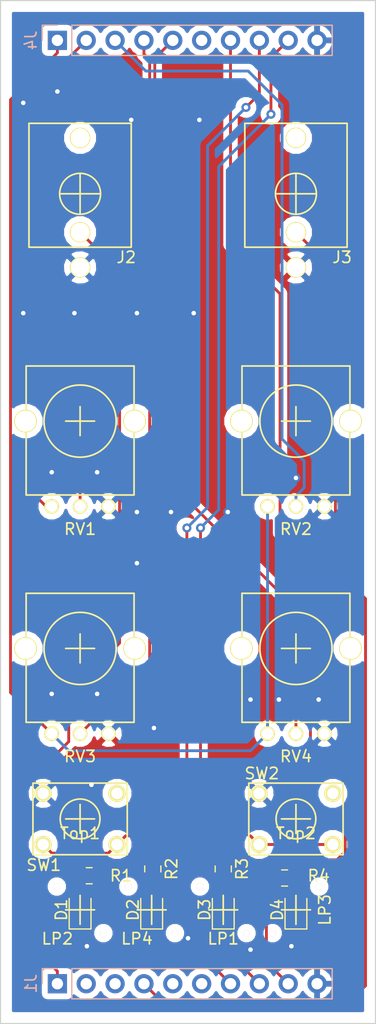
<source format=kicad_pcb>
(kicad_pcb (version 20171130) (host pcbnew 5.0.2+dfsg1-1~bpo9+1)

  (general
    (thickness 1.6)
    (drawings 4)
    (tracks 137)
    (zones 0)
    (modules 24)
    (nets 26)
  )

  (page A4)
  (layers
    (0 F.Cu signal)
    (31 B.Cu signal)
    (32 B.Adhes user)
    (33 F.Adhes user)
    (34 B.Paste user)
    (35 F.Paste user)
    (36 B.SilkS user)
    (37 F.SilkS user)
    (38 B.Mask user)
    (39 F.Mask user)
    (40 Dwgs.User user)
    (41 Cmts.User user)
    (42 Eco1.User user)
    (43 Eco2.User user)
    (44 Edge.Cuts user)
    (45 Margin user)
    (46 B.CrtYd user)
    (47 F.CrtYd user)
    (48 B.Fab user)
    (49 F.Fab user hide)
  )

  (setup
    (last_trace_width 0.25)
    (trace_clearance 0.2)
    (zone_clearance 0.508)
    (zone_45_only no)
    (trace_min 0.2)
    (segment_width 0.2)
    (edge_width 0.1)
    (via_size 0.8)
    (via_drill 0.4)
    (via_min_size 0.4)
    (via_min_drill 0.3)
    (uvia_size 0.3)
    (uvia_drill 0.1)
    (uvias_allowed no)
    (uvia_min_size 0.2)
    (uvia_min_drill 0.1)
    (pcb_text_width 0.3)
    (pcb_text_size 1.5 1.5)
    (mod_edge_width 0.15)
    (mod_text_size 1 1)
    (mod_text_width 0.15)
    (pad_size 1.5 1.5)
    (pad_drill 0.6)
    (pad_to_mask_clearance 0)
    (solder_mask_min_width 0.25)
    (aux_axis_origin 0 0)
    (visible_elements FFFFFF7F)
    (pcbplotparams
      (layerselection 0x010fc_ffffffff)
      (usegerberextensions false)
      (usegerberattributes false)
      (usegerberadvancedattributes false)
      (creategerberjobfile false)
      (excludeedgelayer true)
      (linewidth 0.100000)
      (plotframeref false)
      (viasonmask false)
      (mode 1)
      (useauxorigin false)
      (hpglpennumber 1)
      (hpglpenspeed 20)
      (hpglpendiameter 15.000000)
      (psnegative false)
      (psa4output false)
      (plotreference true)
      (plotvalue true)
      (plotinvisibletext false)
      (padsonsilk false)
      (subtractmaskfromsilk false)
      (outputformat 1)
      (mirror false)
      (drillshape 1)
      (scaleselection 1)
      (outputdirectory ""))
  )

  (net 0 "")
  (net 1 /AIN0)
  (net 2 GND)
  (net 3 "Net-(J2-Pad3)")
  (net 4 "Net-(J3-Pad3)")
  (net 5 /AOUT0)
  (net 6 +3V3)
  (net 7 /POT0)
  (net 8 /POT1)
  (net 9 /POT2)
  (net 10 /POT3)
  (net 11 /AIN1)
  (net 12 /AIN2)
  (net 13 /AOUT1)
  (net 14 /AOUT2)
  (net 15 "Net-(J4-Pad6)")
  (net 16 /D2)
  (net 17 "Net-(D3-Pad2)")
  (net 18 "Net-(D2-Pad2)")
  (net 19 /D1)
  (net 20 /D0)
  (net 21 "Net-(D1-Pad2)")
  (net 22 "Net-(D4-Pad2)")
  (net 23 /D3)
  (net 24 /D5)
  (net 25 /D4)

  (net_class Default "This is the default net class."
    (clearance 0.2)
    (trace_width 0.25)
    (via_dia 0.8)
    (via_drill 0.4)
    (uvia_dia 0.3)
    (uvia_drill 0.1)
    (add_net +3V3)
    (add_net /AIN0)
    (add_net /AIN1)
    (add_net /AIN2)
    (add_net /AOUT0)
    (add_net /AOUT1)
    (add_net /AOUT2)
    (add_net /D0)
    (add_net /D1)
    (add_net /D2)
    (add_net /D3)
    (add_net /D4)
    (add_net /D5)
    (add_net /POT0)
    (add_net /POT1)
    (add_net /POT2)
    (add_net /POT3)
    (add_net GND)
    (add_net "Net-(D1-Pad2)")
    (add_net "Net-(D2-Pad2)")
    (add_net "Net-(D3-Pad2)")
    (add_net "Net-(D4-Pad2)")
    (add_net "Net-(J2-Pad3)")
    (add_net "Net-(J3-Pad3)")
    (add_net "Net-(J4-Pad6)")
  )

  (module Eurocad:VLP-300-F (layer F.Cu) (tedit 5CBFA2C3) (tstamp 5CF3C81C)
    (at 123.3 140)
    (path /5CC06A6D)
    (fp_text reference LP4 (at -1.3 2.54) (layer F.SilkS)
      (effects (font (size 1 1) (thickness 0.15)))
    )
    (fp_text value VLP-300-F (at 0 -2.54) (layer F.Fab)
      (effects (font (size 1 1) (thickness 0.15)))
    )
    (fp_line (start -1.27 0) (end 1.27 0) (layer F.SilkS) (width 0.15))
    (fp_line (start 0 -1.27) (end 0 1.27) (layer F.SilkS) (width 0.15))
    (pad "" thru_hole circle (at -2.05 -2.05) (size 0.6 0.6) (drill 0.6) (layers *.Cu *.Mask))
    (pad "" thru_hole circle (at 2.05 2.05) (size 0.6 0.6) (drill 0.6) (layers *.Cu *.Mask))
    (model ${KISYS3DMOD}/Eurocad.3dshapes/VLP-300-F.step
      (offset (xyz 0 0 2.7))
      (scale (xyz 1 1 1))
      (rotate (xyz 0 0 90))
    )
  )

  (module Eurocad:VLP-300-F (layer F.Cu) (tedit 5CBFA2C3) (tstamp 5CF3C814)
    (at 136 140 90)
    (path /5CC054B9)
    (fp_text reference LP3 (at 0 2.54 90) (layer F.SilkS)
      (effects (font (size 1 1) (thickness 0.15)))
    )
    (fp_text value VLP-300-F (at 0 -2.54 90) (layer F.Fab)
      (effects (font (size 1 1) (thickness 0.15)))
    )
    (fp_line (start -1.27 0) (end 1.27 0) (layer F.SilkS) (width 0.15))
    (fp_line (start 0 -1.27) (end 0 1.27) (layer F.SilkS) (width 0.15))
    (pad "" thru_hole circle (at -2.05 -2.05 90) (size 0.6 0.6) (drill 0.6) (layers *.Cu *.Mask))
    (pad "" thru_hole circle (at 2.05 2.05 90) (size 0.6 0.6) (drill 0.6) (layers *.Cu *.Mask))
    (model ${KISYS3DMOD}/Eurocad.3dshapes/VLP-300-F.step
      (offset (xyz 0 0 2.7))
      (scale (xyz 1 1 1))
      (rotate (xyz 0 0 90))
    )
  )

  (module Eurocad:VLP-300-F (layer F.Cu) (tedit 5CBFA2C3) (tstamp 5CF3C80C)
    (at 117 140)
    (path /5CC03EF4)
    (fp_text reference LP2 (at -2 2.54) (layer F.SilkS)
      (effects (font (size 1 1) (thickness 0.15)))
    )
    (fp_text value VLP-300-F (at 0 -2.54) (layer F.Fab)
      (effects (font (size 1 1) (thickness 0.15)))
    )
    (fp_line (start -1.27 0) (end 1.27 0) (layer F.SilkS) (width 0.15))
    (fp_line (start 0 -1.27) (end 0 1.27) (layer F.SilkS) (width 0.15))
    (pad "" thru_hole circle (at -2.05 -2.05) (size 0.6 0.6) (drill 0.6) (layers *.Cu *.Mask))
    (pad "" thru_hole circle (at 2.05 2.05) (size 0.6 0.6) (drill 0.6) (layers *.Cu *.Mask))
    (model ${KISYS3DMOD}/Eurocad.3dshapes/VLP-300-F.step
      (offset (xyz 0 0 2.7))
      (scale (xyz 1 1 1))
      (rotate (xyz 0 0 90))
    )
  )

  (module Eurocad:VLP-300-F (layer F.Cu) (tedit 5CBFA2C3) (tstamp 5CF3C804)
    (at 129.6 140)
    (path /5CC036C9)
    (fp_text reference LP1 (at 0 2.54) (layer F.SilkS)
      (effects (font (size 1 1) (thickness 0.15)))
    )
    (fp_text value VLP-300-F (at 0 -2.54) (layer F.Fab)
      (effects (font (size 1 1) (thickness 0.15)))
    )
    (fp_line (start -1.27 0) (end 1.27 0) (layer F.SilkS) (width 0.15))
    (fp_line (start 0 -1.27) (end 0 1.27) (layer F.SilkS) (width 0.15))
    (pad "" thru_hole circle (at -2.05 -2.05) (size 0.6 0.6) (drill 0.6) (layers *.Cu *.Mask))
    (pad "" thru_hole circle (at 2.05 2.05) (size 0.6 0.6) (drill 0.6) (layers *.Cu *.Mask))
    (model ${KISYS3DMOD}/Eurocad.3dshapes/VLP-300-F.step
      (offset (xyz 0 0 2.7))
      (scale (xyz 1 1 1))
      (rotate (xyz 0 0 90))
    )
  )

  (module Eurocad:1RRED (layer F.Cu) (tedit 5CBF9B08) (tstamp 5CE9D0B3)
    (at 136 132)
    (path /5CBFF70E)
    (fp_text reference Top2 (at 0 1.27) (layer F.SilkS)
      (effects (font (size 1 1) (thickness 0.15)))
    )
    (fp_text value 1RRED (at 0 -1) (layer F.Fab)
      (effects (font (size 1 1) (thickness 0.15)))
    )
    (fp_line (start -1.27 0) (end 1.27 0) (layer F.SilkS) (width 0.15))
    (fp_line (start 0 -1.27) (end 0 1.27) (layer F.SilkS) (width 0.15))
    (model ${KISYS3DMOD}/Eurocad.3dshapes/1Rxxx.stp
      (offset (xyz 0 0 5.6))
      (scale (xyz 1 1 1))
      (rotate (xyz 0 0 0))
    )
  )

  (module Eurocad:1RRED (layer F.Cu) (tedit 5CBF9B08) (tstamp 5CE9D0AF)
    (at 117 132)
    (path /5CBFF50A)
    (fp_text reference Top1 (at 0 1.27) (layer F.SilkS)
      (effects (font (size 1 1) (thickness 0.15)))
    )
    (fp_text value 1RRED (at 0 -1) (layer F.Fab)
      (effects (font (size 1 1) (thickness 0.15)))
    )
    (fp_line (start -1.27 0) (end 1.27 0) (layer F.SilkS) (width 0.15))
    (fp_line (start 0 -1.27) (end 0 1.27) (layer F.SilkS) (width 0.15))
    (model ${KISYS3DMOD}/Eurocad.3dshapes/1Rxxx.stp
      (offset (xyz 0 0 5.6))
      (scale (xyz 1 1 1))
      (rotate (xyz 0 0 0))
    )
  )

  (module Eurocad:TL1105SPF250Q (layer F.Cu) (tedit 5CBF897A) (tstamp 5CD5DC41)
    (at 117 132)
    (path /5CBFA342)
    (fp_text reference SW1 (at -3.2 4.064) (layer F.SilkS)
      (effects (font (size 1 1) (thickness 0.15)))
    )
    (fp_text value TL1105SPF250Q (at 0 -4.064) (layer F.Fab)
      (effects (font (size 1 1) (thickness 0.15)))
    )
    (fp_circle (center 0 0) (end 1.75 0) (layer F.SilkS) (width 0.15))
    (fp_line (start -4.15 -3.15) (end 4.15 -3.15) (layer F.SilkS) (width 0.15))
    (fp_line (start -4.15 -3.15) (end -4.15 3.15) (layer F.SilkS) (width 0.15))
    (fp_line (start 4.15 -3.15) (end 4.15 3.15) (layer F.SilkS) (width 0.15))
    (fp_line (start -4.15 3.15) (end 4.15 3.15) (layer F.SilkS) (width 0.15))
    (pad 4 thru_hole circle (at 3.25 -2.25) (size 1.524 1.524) (drill 1) (layers *.Cu *.Mask F.SilkS))
    (pad 3 thru_hole circle (at -3.25 -2.25) (size 1.524 1.524) (drill 1) (layers *.Cu *.Mask F.SilkS)
      (net 2 GND))
    (pad 2 thru_hole circle (at 3.25 2.25) (size 1.524 1.524) (drill 1) (layers *.Cu *.Mask F.SilkS)
      (net 25 /D4))
    (pad 1 thru_hole circle (at -3.25 2.25) (size 1.524 1.524) (drill 1) (layers *.Cu *.Mask F.SilkS)
      (net 25 /D4))
    (model ${KISYS3DMOD}/Eurocad.3dshapes/TL1105SPFxxxx.stp
      (offset (xyz 0 0 1.8))
      (scale (xyz 1 1 1))
      (rotate (xyz 0 0 0))
    )
  )

  (module Eurocad:TL1105SPF250Q (layer F.Cu) (tedit 5CBF897A) (tstamp 5CD5DC35)
    (at 136 132)
    (path /5CBFA4DE)
    (fp_text reference SW2 (at -3 -4) (layer F.SilkS)
      (effects (font (size 1 1) (thickness 0.15)))
    )
    (fp_text value TL1105SPF250Q (at 0 -4.064) (layer F.Fab)
      (effects (font (size 1 1) (thickness 0.15)))
    )
    (fp_circle (center 0 0) (end 1.75 0) (layer F.SilkS) (width 0.15))
    (fp_line (start -4.15 -3.15) (end 4.15 -3.15) (layer F.SilkS) (width 0.15))
    (fp_line (start -4.15 -3.15) (end -4.15 3.15) (layer F.SilkS) (width 0.15))
    (fp_line (start 4.15 -3.15) (end 4.15 3.15) (layer F.SilkS) (width 0.15))
    (fp_line (start -4.15 3.15) (end 4.15 3.15) (layer F.SilkS) (width 0.15))
    (pad 4 thru_hole circle (at 3.25 -2.25) (size 1.524 1.524) (drill 1) (layers *.Cu *.Mask F.SilkS))
    (pad 3 thru_hole circle (at -3.25 -2.25) (size 1.524 1.524) (drill 1) (layers *.Cu *.Mask F.SilkS)
      (net 2 GND))
    (pad 2 thru_hole circle (at 3.25 2.25) (size 1.524 1.524) (drill 1) (layers *.Cu *.Mask F.SilkS)
      (net 24 /D5))
    (pad 1 thru_hole circle (at -3.25 2.25) (size 1.524 1.524) (drill 1) (layers *.Cu *.Mask F.SilkS)
      (net 24 /D5))
    (model ${KISYS3DMOD}/Eurocad.3dshapes/TL1105SPFxxxx.stp
      (offset (xyz 0 0 1.8))
      (scale (xyz 1 1 1))
      (rotate (xyz 0 0 0))
    )
  )

  (module LED_SMD:LED_0805_2012Metric (layer F.Cu) (tedit 5B36C52C) (tstamp 5CCBC483)
    (at 117 140 90)
    (descr "LED SMD 0805 (2012 Metric), square (rectangular) end terminal, IPC_7351 nominal, (Body size source: https://docs.google.com/spreadsheets/d/1BsfQQcO9C6DZCsRaXUlFlo91Tg2WpOkGARC1WS5S8t0/edit?usp=sharing), generated with kicad-footprint-generator")
    (tags diode)
    (path /5CBFB4A7)
    (attr smd)
    (fp_text reference D1 (at 0 -1.65 90) (layer F.SilkS)
      (effects (font (size 1 1) (thickness 0.15)))
    )
    (fp_text value LED (at 0 1.65 90) (layer F.Fab)
      (effects (font (size 1 1) (thickness 0.15)))
    )
    (fp_text user %R (at 0 0 90) (layer F.Fab)
      (effects (font (size 0.5 0.5) (thickness 0.08)))
    )
    (fp_line (start 1.68 0.95) (end -1.68 0.95) (layer F.CrtYd) (width 0.05))
    (fp_line (start 1.68 -0.95) (end 1.68 0.95) (layer F.CrtYd) (width 0.05))
    (fp_line (start -1.68 -0.95) (end 1.68 -0.95) (layer F.CrtYd) (width 0.05))
    (fp_line (start -1.68 0.95) (end -1.68 -0.95) (layer F.CrtYd) (width 0.05))
    (fp_line (start -1.685 0.96) (end 1 0.96) (layer F.SilkS) (width 0.12))
    (fp_line (start -1.685 -0.96) (end -1.685 0.96) (layer F.SilkS) (width 0.12))
    (fp_line (start 1 -0.96) (end -1.685 -0.96) (layer F.SilkS) (width 0.12))
    (fp_line (start 1 0.6) (end 1 -0.6) (layer F.Fab) (width 0.1))
    (fp_line (start -1 0.6) (end 1 0.6) (layer F.Fab) (width 0.1))
    (fp_line (start -1 -0.3) (end -1 0.6) (layer F.Fab) (width 0.1))
    (fp_line (start -0.7 -0.6) (end -1 -0.3) (layer F.Fab) (width 0.1))
    (fp_line (start 1 -0.6) (end -0.7 -0.6) (layer F.Fab) (width 0.1))
    (pad 2 smd roundrect (at 0.9375 0 90) (size 0.975 1.4) (layers F.Cu F.Paste F.Mask) (roundrect_rratio 0.25)
      (net 21 "Net-(D1-Pad2)"))
    (pad 1 smd roundrect (at -0.9375 0 90) (size 0.975 1.4) (layers F.Cu F.Paste F.Mask) (roundrect_rratio 0.25)
      (net 2 GND))
    (model ${KISYS3DMOD}/LED_SMD.3dshapes/LED_0805_2012Metric.wrl
      (at (xyz 0 0 0))
      (scale (xyz 1 1 1))
      (rotate (xyz 0 0 0))
    )
  )

  (module LED_SMD:LED_0805_2012Metric (layer F.Cu) (tedit 5B36C52C) (tstamp 5CCBC470)
    (at 129.6 140 90)
    (descr "LED SMD 0805 (2012 Metric), square (rectangular) end terminal, IPC_7351 nominal, (Body size source: https://docs.google.com/spreadsheets/d/1BsfQQcO9C6DZCsRaXUlFlo91Tg2WpOkGARC1WS5S8t0/edit?usp=sharing), generated with kicad-footprint-generator")
    (tags diode)
    (path /5CBFC4B0)
    (attr smd)
    (fp_text reference D3 (at 0 -1.65 90) (layer F.SilkS)
      (effects (font (size 1 1) (thickness 0.15)))
    )
    (fp_text value LED (at 0 1.65 90) (layer F.Fab)
      (effects (font (size 1 1) (thickness 0.15)))
    )
    (fp_text user %R (at 0 0 90) (layer F.Fab)
      (effects (font (size 0.5 0.5) (thickness 0.08)))
    )
    (fp_line (start 1.68 0.95) (end -1.68 0.95) (layer F.CrtYd) (width 0.05))
    (fp_line (start 1.68 -0.95) (end 1.68 0.95) (layer F.CrtYd) (width 0.05))
    (fp_line (start -1.68 -0.95) (end 1.68 -0.95) (layer F.CrtYd) (width 0.05))
    (fp_line (start -1.68 0.95) (end -1.68 -0.95) (layer F.CrtYd) (width 0.05))
    (fp_line (start -1.685 0.96) (end 1 0.96) (layer F.SilkS) (width 0.12))
    (fp_line (start -1.685 -0.96) (end -1.685 0.96) (layer F.SilkS) (width 0.12))
    (fp_line (start 1 -0.96) (end -1.685 -0.96) (layer F.SilkS) (width 0.12))
    (fp_line (start 1 0.6) (end 1 -0.6) (layer F.Fab) (width 0.1))
    (fp_line (start -1 0.6) (end 1 0.6) (layer F.Fab) (width 0.1))
    (fp_line (start -1 -0.3) (end -1 0.6) (layer F.Fab) (width 0.1))
    (fp_line (start -0.7 -0.6) (end -1 -0.3) (layer F.Fab) (width 0.1))
    (fp_line (start 1 -0.6) (end -0.7 -0.6) (layer F.Fab) (width 0.1))
    (pad 2 smd roundrect (at 0.9375 0 90) (size 0.975 1.4) (layers F.Cu F.Paste F.Mask) (roundrect_rratio 0.25)
      (net 17 "Net-(D3-Pad2)"))
    (pad 1 smd roundrect (at -0.9375 0 90) (size 0.975 1.4) (layers F.Cu F.Paste F.Mask) (roundrect_rratio 0.25)
      (net 2 GND))
    (model ${KISYS3DMOD}/LED_SMD.3dshapes/LED_0805_2012Metric.wrl
      (at (xyz 0 0 0))
      (scale (xyz 1 1 1))
      (rotate (xyz 0 0 0))
    )
  )

  (module LED_SMD:LED_0805_2012Metric (layer F.Cu) (tedit 5B36C52C) (tstamp 5CCBC45D)
    (at 136 140 90)
    (descr "LED SMD 0805 (2012 Metric), square (rectangular) end terminal, IPC_7351 nominal, (Body size source: https://docs.google.com/spreadsheets/d/1BsfQQcO9C6DZCsRaXUlFlo91Tg2WpOkGARC1WS5S8t0/edit?usp=sharing), generated with kicad-footprint-generator")
    (tags diode)
    (path /5CBFC4E2)
    (attr smd)
    (fp_text reference D4 (at 0 -1.65 90) (layer F.SilkS)
      (effects (font (size 1 1) (thickness 0.15)))
    )
    (fp_text value LED (at 0 1.65 90) (layer F.Fab)
      (effects (font (size 1 1) (thickness 0.15)))
    )
    (fp_text user %R (at 0 0 90) (layer F.Fab)
      (effects (font (size 0.5 0.5) (thickness 0.08)))
    )
    (fp_line (start 1.68 0.95) (end -1.68 0.95) (layer F.CrtYd) (width 0.05))
    (fp_line (start 1.68 -0.95) (end 1.68 0.95) (layer F.CrtYd) (width 0.05))
    (fp_line (start -1.68 -0.95) (end 1.68 -0.95) (layer F.CrtYd) (width 0.05))
    (fp_line (start -1.68 0.95) (end -1.68 -0.95) (layer F.CrtYd) (width 0.05))
    (fp_line (start -1.685 0.96) (end 1 0.96) (layer F.SilkS) (width 0.12))
    (fp_line (start -1.685 -0.96) (end -1.685 0.96) (layer F.SilkS) (width 0.12))
    (fp_line (start 1 -0.96) (end -1.685 -0.96) (layer F.SilkS) (width 0.12))
    (fp_line (start 1 0.6) (end 1 -0.6) (layer F.Fab) (width 0.1))
    (fp_line (start -1 0.6) (end 1 0.6) (layer F.Fab) (width 0.1))
    (fp_line (start -1 -0.3) (end -1 0.6) (layer F.Fab) (width 0.1))
    (fp_line (start -0.7 -0.6) (end -1 -0.3) (layer F.Fab) (width 0.1))
    (fp_line (start 1 -0.6) (end -0.7 -0.6) (layer F.Fab) (width 0.1))
    (pad 2 smd roundrect (at 0.9375 0 90) (size 0.975 1.4) (layers F.Cu F.Paste F.Mask) (roundrect_rratio 0.25)
      (net 22 "Net-(D4-Pad2)"))
    (pad 1 smd roundrect (at -0.9375 0 90) (size 0.975 1.4) (layers F.Cu F.Paste F.Mask) (roundrect_rratio 0.25)
      (net 2 GND))
    (model ${KISYS3DMOD}/LED_SMD.3dshapes/LED_0805_2012Metric.wrl
      (at (xyz 0 0 0))
      (scale (xyz 1 1 1))
      (rotate (xyz 0 0 0))
    )
  )

  (module LED_SMD:LED_0805_2012Metric (layer F.Cu) (tedit 5B36C52C) (tstamp 5CCBC44A)
    (at 123.3 140 90)
    (descr "LED SMD 0805 (2012 Metric), square (rectangular) end terminal, IPC_7351 nominal, (Body size source: https://docs.google.com/spreadsheets/d/1BsfQQcO9C6DZCsRaXUlFlo91Tg2WpOkGARC1WS5S8t0/edit?usp=sharing), generated with kicad-footprint-generator")
    (tags diode)
    (path /5CBFC476)
    (attr smd)
    (fp_text reference D2 (at 0 -1.65 90) (layer F.SilkS)
      (effects (font (size 1 1) (thickness 0.15)))
    )
    (fp_text value LED (at 0 1.65 90) (layer F.Fab)
      (effects (font (size 1 1) (thickness 0.15)))
    )
    (fp_text user %R (at 0 0 90) (layer F.Fab)
      (effects (font (size 0.5 0.5) (thickness 0.08)))
    )
    (fp_line (start 1.68 0.95) (end -1.68 0.95) (layer F.CrtYd) (width 0.05))
    (fp_line (start 1.68 -0.95) (end 1.68 0.95) (layer F.CrtYd) (width 0.05))
    (fp_line (start -1.68 -0.95) (end 1.68 -0.95) (layer F.CrtYd) (width 0.05))
    (fp_line (start -1.68 0.95) (end -1.68 -0.95) (layer F.CrtYd) (width 0.05))
    (fp_line (start -1.685 0.96) (end 1 0.96) (layer F.SilkS) (width 0.12))
    (fp_line (start -1.685 -0.96) (end -1.685 0.96) (layer F.SilkS) (width 0.12))
    (fp_line (start 1 -0.96) (end -1.685 -0.96) (layer F.SilkS) (width 0.12))
    (fp_line (start 1 0.6) (end 1 -0.6) (layer F.Fab) (width 0.1))
    (fp_line (start -1 0.6) (end 1 0.6) (layer F.Fab) (width 0.1))
    (fp_line (start -1 -0.3) (end -1 0.6) (layer F.Fab) (width 0.1))
    (fp_line (start -0.7 -0.6) (end -1 -0.3) (layer F.Fab) (width 0.1))
    (fp_line (start 1 -0.6) (end -0.7 -0.6) (layer F.Fab) (width 0.1))
    (pad 2 smd roundrect (at 0.9375 0 90) (size 0.975 1.4) (layers F.Cu F.Paste F.Mask) (roundrect_rratio 0.25)
      (net 18 "Net-(D2-Pad2)"))
    (pad 1 smd roundrect (at -0.9375 0 90) (size 0.975 1.4) (layers F.Cu F.Paste F.Mask) (roundrect_rratio 0.25)
      (net 2 GND))
    (model ${KISYS3DMOD}/LED_SMD.3dshapes/LED_0805_2012Metric.wrl
      (at (xyz 0 0 0))
      (scale (xyz 1 1 1))
      (rotate (xyz 0 0 0))
    )
  )

  (module Resistor_SMD:R_0805_2012Metric (layer F.Cu) (tedit 5B36C52B) (tstamp 5CCBC437)
    (at 135 137.2)
    (descr "Resistor SMD 0805 (2012 Metric), square (rectangular) end terminal, IPC_7351 nominal, (Body size source: https://docs.google.com/spreadsheets/d/1BsfQQcO9C6DZCsRaXUlFlo91Tg2WpOkGARC1WS5S8t0/edit?usp=sharing), generated with kicad-footprint-generator")
    (tags resistor)
    (path /5CBFD07E)
    (attr smd)
    (fp_text reference R4 (at 3 -0.2) (layer F.SilkS)
      (effects (font (size 1 1) (thickness 0.15)))
    )
    (fp_text value 500R (at 0 1.65) (layer F.Fab)
      (effects (font (size 1 1) (thickness 0.15)))
    )
    (fp_text user %R (at 0 0) (layer F.Fab)
      (effects (font (size 0.5 0.5) (thickness 0.08)))
    )
    (fp_line (start 1.68 0.95) (end -1.68 0.95) (layer F.CrtYd) (width 0.05))
    (fp_line (start 1.68 -0.95) (end 1.68 0.95) (layer F.CrtYd) (width 0.05))
    (fp_line (start -1.68 -0.95) (end 1.68 -0.95) (layer F.CrtYd) (width 0.05))
    (fp_line (start -1.68 0.95) (end -1.68 -0.95) (layer F.CrtYd) (width 0.05))
    (fp_line (start -0.258578 0.71) (end 0.258578 0.71) (layer F.SilkS) (width 0.12))
    (fp_line (start -0.258578 -0.71) (end 0.258578 -0.71) (layer F.SilkS) (width 0.12))
    (fp_line (start 1 0.6) (end -1 0.6) (layer F.Fab) (width 0.1))
    (fp_line (start 1 -0.6) (end 1 0.6) (layer F.Fab) (width 0.1))
    (fp_line (start -1 -0.6) (end 1 -0.6) (layer F.Fab) (width 0.1))
    (fp_line (start -1 0.6) (end -1 -0.6) (layer F.Fab) (width 0.1))
    (pad 2 smd roundrect (at 0.9375 0) (size 0.975 1.4) (layers F.Cu F.Paste F.Mask) (roundrect_rratio 0.25)
      (net 22 "Net-(D4-Pad2)"))
    (pad 1 smd roundrect (at -0.9375 0) (size 0.975 1.4) (layers F.Cu F.Paste F.Mask) (roundrect_rratio 0.25)
      (net 23 /D3))
    (model ${KISYS3DMOD}/Resistor_SMD.3dshapes/R_0805_2012Metric.wrl
      (at (xyz 0 0 0))
      (scale (xyz 1 1 1))
      (rotate (xyz 0 0 0))
    )
  )

  (module Resistor_SMD:R_0805_2012Metric (layer F.Cu) (tedit 5B36C52B) (tstamp 5CCBC426)
    (at 117.8 137 180)
    (descr "Resistor SMD 0805 (2012 Metric), square (rectangular) end terminal, IPC_7351 nominal, (Body size source: https://docs.google.com/spreadsheets/d/1BsfQQcO9C6DZCsRaXUlFlo91Tg2WpOkGARC1WS5S8t0/edit?usp=sharing), generated with kicad-footprint-generator")
    (tags resistor)
    (path /5CBFCD69)
    (attr smd)
    (fp_text reference R1 (at -2.8 0 180) (layer F.SilkS)
      (effects (font (size 1 1) (thickness 0.15)))
    )
    (fp_text value 500R (at 0 1.65 180) (layer F.Fab)
      (effects (font (size 1 1) (thickness 0.15)))
    )
    (fp_text user %R (at 0 0 180) (layer F.Fab)
      (effects (font (size 0.5 0.5) (thickness 0.08)))
    )
    (fp_line (start 1.68 0.95) (end -1.68 0.95) (layer F.CrtYd) (width 0.05))
    (fp_line (start 1.68 -0.95) (end 1.68 0.95) (layer F.CrtYd) (width 0.05))
    (fp_line (start -1.68 -0.95) (end 1.68 -0.95) (layer F.CrtYd) (width 0.05))
    (fp_line (start -1.68 0.95) (end -1.68 -0.95) (layer F.CrtYd) (width 0.05))
    (fp_line (start -0.258578 0.71) (end 0.258578 0.71) (layer F.SilkS) (width 0.12))
    (fp_line (start -0.258578 -0.71) (end 0.258578 -0.71) (layer F.SilkS) (width 0.12))
    (fp_line (start 1 0.6) (end -1 0.6) (layer F.Fab) (width 0.1))
    (fp_line (start 1 -0.6) (end 1 0.6) (layer F.Fab) (width 0.1))
    (fp_line (start -1 -0.6) (end 1 -0.6) (layer F.Fab) (width 0.1))
    (fp_line (start -1 0.6) (end -1 -0.6) (layer F.Fab) (width 0.1))
    (pad 2 smd roundrect (at 0.9375 0 180) (size 0.975 1.4) (layers F.Cu F.Paste F.Mask) (roundrect_rratio 0.25)
      (net 21 "Net-(D1-Pad2)"))
    (pad 1 smd roundrect (at -0.9375 0 180) (size 0.975 1.4) (layers F.Cu F.Paste F.Mask) (roundrect_rratio 0.25)
      (net 20 /D0))
    (model ${KISYS3DMOD}/Resistor_SMD.3dshapes/R_0805_2012Metric.wrl
      (at (xyz 0 0 0))
      (scale (xyz 1 1 1))
      (rotate (xyz 0 0 0))
    )
  )

  (module Resistor_SMD:R_0805_2012Metric (layer F.Cu) (tedit 5B36C52B) (tstamp 5CCBC415)
    (at 123.4 136.4 270)
    (descr "Resistor SMD 0805 (2012 Metric), square (rectangular) end terminal, IPC_7351 nominal, (Body size source: https://docs.google.com/spreadsheets/d/1BsfQQcO9C6DZCsRaXUlFlo91Tg2WpOkGARC1WS5S8t0/edit?usp=sharing), generated with kicad-footprint-generator")
    (tags resistor)
    (path /5CBFCFEA)
    (attr smd)
    (fp_text reference R2 (at 0 -1.65 270) (layer F.SilkS)
      (effects (font (size 1 1) (thickness 0.15)))
    )
    (fp_text value 500R (at 0 1.65 270) (layer F.Fab)
      (effects (font (size 1 1) (thickness 0.15)))
    )
    (fp_text user %R (at 0 0 270) (layer F.Fab)
      (effects (font (size 0.5 0.5) (thickness 0.08)))
    )
    (fp_line (start 1.68 0.95) (end -1.68 0.95) (layer F.CrtYd) (width 0.05))
    (fp_line (start 1.68 -0.95) (end 1.68 0.95) (layer F.CrtYd) (width 0.05))
    (fp_line (start -1.68 -0.95) (end 1.68 -0.95) (layer F.CrtYd) (width 0.05))
    (fp_line (start -1.68 0.95) (end -1.68 -0.95) (layer F.CrtYd) (width 0.05))
    (fp_line (start -0.258578 0.71) (end 0.258578 0.71) (layer F.SilkS) (width 0.12))
    (fp_line (start -0.258578 -0.71) (end 0.258578 -0.71) (layer F.SilkS) (width 0.12))
    (fp_line (start 1 0.6) (end -1 0.6) (layer F.Fab) (width 0.1))
    (fp_line (start 1 -0.6) (end 1 0.6) (layer F.Fab) (width 0.1))
    (fp_line (start -1 -0.6) (end 1 -0.6) (layer F.Fab) (width 0.1))
    (fp_line (start -1 0.6) (end -1 -0.6) (layer F.Fab) (width 0.1))
    (pad 2 smd roundrect (at 0.9375 0 270) (size 0.975 1.4) (layers F.Cu F.Paste F.Mask) (roundrect_rratio 0.25)
      (net 18 "Net-(D2-Pad2)"))
    (pad 1 smd roundrect (at -0.9375 0 270) (size 0.975 1.4) (layers F.Cu F.Paste F.Mask) (roundrect_rratio 0.25)
      (net 19 /D1))
    (model ${KISYS3DMOD}/Resistor_SMD.3dshapes/R_0805_2012Metric.wrl
      (at (xyz 0 0 0))
      (scale (xyz 1 1 1))
      (rotate (xyz 0 0 0))
    )
  )

  (module Resistor_SMD:R_0805_2012Metric (layer F.Cu) (tedit 5B36C52B) (tstamp 5CCBC404)
    (at 129.6 136.4 270)
    (descr "Resistor SMD 0805 (2012 Metric), square (rectangular) end terminal, IPC_7351 nominal, (Body size source: https://docs.google.com/spreadsheets/d/1BsfQQcO9C6DZCsRaXUlFlo91Tg2WpOkGARC1WS5S8t0/edit?usp=sharing), generated with kicad-footprint-generator")
    (tags resistor)
    (path /5CBFD038)
    (attr smd)
    (fp_text reference R3 (at 0 -1.65 270) (layer F.SilkS)
      (effects (font (size 1 1) (thickness 0.15)))
    )
    (fp_text value 500R (at 0 1.65 270) (layer F.Fab)
      (effects (font (size 1 1) (thickness 0.15)))
    )
    (fp_text user %R (at 0 0 270) (layer F.Fab)
      (effects (font (size 0.5 0.5) (thickness 0.08)))
    )
    (fp_line (start 1.68 0.95) (end -1.68 0.95) (layer F.CrtYd) (width 0.05))
    (fp_line (start 1.68 -0.95) (end 1.68 0.95) (layer F.CrtYd) (width 0.05))
    (fp_line (start -1.68 -0.95) (end 1.68 -0.95) (layer F.CrtYd) (width 0.05))
    (fp_line (start -1.68 0.95) (end -1.68 -0.95) (layer F.CrtYd) (width 0.05))
    (fp_line (start -0.258578 0.71) (end 0.258578 0.71) (layer F.SilkS) (width 0.12))
    (fp_line (start -0.258578 -0.71) (end 0.258578 -0.71) (layer F.SilkS) (width 0.12))
    (fp_line (start 1 0.6) (end -1 0.6) (layer F.Fab) (width 0.1))
    (fp_line (start 1 -0.6) (end 1 0.6) (layer F.Fab) (width 0.1))
    (fp_line (start -1 -0.6) (end 1 -0.6) (layer F.Fab) (width 0.1))
    (fp_line (start -1 0.6) (end -1 -0.6) (layer F.Fab) (width 0.1))
    (pad 2 smd roundrect (at 0.9375 0 270) (size 0.975 1.4) (layers F.Cu F.Paste F.Mask) (roundrect_rratio 0.25)
      (net 17 "Net-(D3-Pad2)"))
    (pad 1 smd roundrect (at -0.9375 0 270) (size 0.975 1.4) (layers F.Cu F.Paste F.Mask) (roundrect_rratio 0.25)
      (net 16 /D2))
    (model ${KISYS3DMOD}/Resistor_SMD.3dshapes/R_0805_2012Metric.wrl
      (at (xyz 0 0 0))
      (scale (xyz 1 1 1))
      (rotate (xyz 0 0 0))
    )
  )

  (module Connector_PinHeader_2.54mm:PinHeader_1x10_P2.54mm_Vertical (layer B.Cu) (tedit 59FED5CC) (tstamp 5CB3E5A2)
    (at 115 63.5 270)
    (descr "Through hole straight pin header, 1x10, 2.54mm pitch, single row")
    (tags "Through hole pin header THT 1x10 2.54mm single row")
    (path /5CB0054E)
    (fp_text reference J4 (at 0 2.33 270) (layer B.SilkS)
      (effects (font (size 1 1) (thickness 0.15)) (justify mirror))
    )
    (fp_text value Right (at 0 -25.19 270) (layer B.Fab)
      (effects (font (size 1 1) (thickness 0.15)) (justify mirror))
    )
    (fp_text user %R (at 0 -11.43 180) (layer B.Fab)
      (effects (font (size 1 1) (thickness 0.15)) (justify mirror))
    )
    (fp_line (start 1.8 1.8) (end -1.8 1.8) (layer B.CrtYd) (width 0.05))
    (fp_line (start 1.8 -24.65) (end 1.8 1.8) (layer B.CrtYd) (width 0.05))
    (fp_line (start -1.8 -24.65) (end 1.8 -24.65) (layer B.CrtYd) (width 0.05))
    (fp_line (start -1.8 1.8) (end -1.8 -24.65) (layer B.CrtYd) (width 0.05))
    (fp_line (start -1.33 1.33) (end 0 1.33) (layer B.SilkS) (width 0.12))
    (fp_line (start -1.33 0) (end -1.33 1.33) (layer B.SilkS) (width 0.12))
    (fp_line (start -1.33 -1.27) (end 1.33 -1.27) (layer B.SilkS) (width 0.12))
    (fp_line (start 1.33 -1.27) (end 1.33 -24.19) (layer B.SilkS) (width 0.12))
    (fp_line (start -1.33 -1.27) (end -1.33 -24.19) (layer B.SilkS) (width 0.12))
    (fp_line (start -1.33 -24.19) (end 1.33 -24.19) (layer B.SilkS) (width 0.12))
    (fp_line (start -1.27 0.635) (end -0.635 1.27) (layer B.Fab) (width 0.1))
    (fp_line (start -1.27 -24.13) (end -1.27 0.635) (layer B.Fab) (width 0.1))
    (fp_line (start 1.27 -24.13) (end -1.27 -24.13) (layer B.Fab) (width 0.1))
    (fp_line (start 1.27 1.27) (end 1.27 -24.13) (layer B.Fab) (width 0.1))
    (fp_line (start -0.635 1.27) (end 1.27 1.27) (layer B.Fab) (width 0.1))
    (pad 10 thru_hole oval (at 0 -22.86 270) (size 1.7 1.7) (drill 1) (layers *.Cu *.Mask)
      (net 2 GND))
    (pad 9 thru_hole oval (at 0 -20.32 270) (size 1.7 1.7) (drill 1) (layers *.Cu *.Mask)
      (net 24 /D5))
    (pad 8 thru_hole oval (at 0 -17.78 270) (size 1.7 1.7) (drill 1) (layers *.Cu *.Mask)
      (net 25 /D4))
    (pad 7 thru_hole oval (at 0 -15.24 270) (size 1.7 1.7) (drill 1) (layers *.Cu *.Mask)
      (net 23 /D3))
    (pad 6 thru_hole oval (at 0 -12.7 270) (size 1.7 1.7) (drill 1) (layers *.Cu *.Mask)
      (net 15 "Net-(J4-Pad6)"))
    (pad 5 thru_hole oval (at 0 -10.16 270) (size 1.7 1.7) (drill 1) (layers *.Cu *.Mask)
      (net 10 /POT3))
    (pad 4 thru_hole oval (at 0 -7.62 270) (size 1.7 1.7) (drill 1) (layers *.Cu *.Mask)
      (net 9 /POT2))
    (pad 3 thru_hole oval (at 0 -5.08 270) (size 1.7 1.7) (drill 1) (layers *.Cu *.Mask)
      (net 8 /POT1))
    (pad 2 thru_hole oval (at 0 -2.54 270) (size 1.7 1.7) (drill 1) (layers *.Cu *.Mask)
      (net 7 /POT0))
    (pad 1 thru_hole rect (at 0 0 270) (size 1.7 1.7) (drill 1) (layers *.Cu *.Mask)
      (net 6 +3V3))
    (model ${KISYS3DMOD}/Connector_PinHeader_2.54mm.3dshapes/PinHeader_1x10_P2.54mm_Vertical.wrl
      (at (xyz 0 0 0))
      (scale (xyz 1 1 1))
      (rotate (xyz 0 0 0))
    )
  )

  (module Connector_PinHeader_2.54mm:PinHeader_1x10_P2.54mm_Vertical (layer B.Cu) (tedit 59FED5CC) (tstamp 5CB3DD14)
    (at 115 146.5 270)
    (descr "Through hole straight pin header, 1x10, 2.54mm pitch, single row")
    (tags "Through hole pin header THT 1x10 2.54mm single row")
    (path /5CB004BE)
    (fp_text reference J1 (at 0 2.33 270) (layer B.SilkS)
      (effects (font (size 1 1) (thickness 0.15)) (justify mirror))
    )
    (fp_text value Left (at 0 -25.19 270) (layer B.Fab)
      (effects (font (size 1 1) (thickness 0.15)) (justify mirror))
    )
    (fp_text user %R (at 0 -11.43 180) (layer B.Fab)
      (effects (font (size 1 1) (thickness 0.15)) (justify mirror))
    )
    (fp_line (start 1.8 1.8) (end -1.8 1.8) (layer B.CrtYd) (width 0.05))
    (fp_line (start 1.8 -24.65) (end 1.8 1.8) (layer B.CrtYd) (width 0.05))
    (fp_line (start -1.8 -24.65) (end 1.8 -24.65) (layer B.CrtYd) (width 0.05))
    (fp_line (start -1.8 1.8) (end -1.8 -24.65) (layer B.CrtYd) (width 0.05))
    (fp_line (start -1.33 1.33) (end 0 1.33) (layer B.SilkS) (width 0.12))
    (fp_line (start -1.33 0) (end -1.33 1.33) (layer B.SilkS) (width 0.12))
    (fp_line (start -1.33 -1.27) (end 1.33 -1.27) (layer B.SilkS) (width 0.12))
    (fp_line (start 1.33 -1.27) (end 1.33 -24.19) (layer B.SilkS) (width 0.12))
    (fp_line (start -1.33 -1.27) (end -1.33 -24.19) (layer B.SilkS) (width 0.12))
    (fp_line (start -1.33 -24.19) (end 1.33 -24.19) (layer B.SilkS) (width 0.12))
    (fp_line (start -1.27 0.635) (end -0.635 1.27) (layer B.Fab) (width 0.1))
    (fp_line (start -1.27 -24.13) (end -1.27 0.635) (layer B.Fab) (width 0.1))
    (fp_line (start 1.27 -24.13) (end -1.27 -24.13) (layer B.Fab) (width 0.1))
    (fp_line (start 1.27 1.27) (end 1.27 -24.13) (layer B.Fab) (width 0.1))
    (fp_line (start -0.635 1.27) (end 1.27 1.27) (layer B.Fab) (width 0.1))
    (pad 10 thru_hole oval (at 0 -22.86 270) (size 1.7 1.7) (drill 1) (layers *.Cu *.Mask)
      (net 2 GND))
    (pad 9 thru_hole oval (at 0 -20.32 270) (size 1.7 1.7) (drill 1) (layers *.Cu *.Mask)
      (net 16 /D2))
    (pad 8 thru_hole oval (at 0 -17.78 270) (size 1.7 1.7) (drill 1) (layers *.Cu *.Mask)
      (net 19 /D1))
    (pad 7 thru_hole oval (at 0 -15.24 270) (size 1.7 1.7) (drill 1) (layers *.Cu *.Mask)
      (net 20 /D0))
    (pad 6 thru_hole oval (at 0 -12.7 270) (size 1.7 1.7) (drill 1) (layers *.Cu *.Mask)
      (net 14 /AOUT2))
    (pad 5 thru_hole oval (at 0 -10.16 270) (size 1.7 1.7) (drill 1) (layers *.Cu *.Mask)
      (net 13 /AOUT1))
    (pad 4 thru_hole oval (at 0 -7.62 270) (size 1.7 1.7) (drill 1) (layers *.Cu *.Mask)
      (net 5 /AOUT0))
    (pad 3 thru_hole oval (at 0 -5.08 270) (size 1.7 1.7) (drill 1) (layers *.Cu *.Mask)
      (net 12 /AIN2))
    (pad 2 thru_hole oval (at 0 -2.54 270) (size 1.7 1.7) (drill 1) (layers *.Cu *.Mask)
      (net 11 /AIN1))
    (pad 1 thru_hole rect (at 0 0 270) (size 1.7 1.7) (drill 1) (layers *.Cu *.Mask)
      (net 1 /AIN0))
    (model ${KISYS3DMOD}/Connector_PinHeader_2.54mm.3dshapes/PinHeader_1x10_P2.54mm_Vertical.wrl
      (at (xyz 0 0 0))
      (scale (xyz 1 1 1))
      (rotate (xyz 0 0 0))
    )
  )

  (module Eurocad:Alpha9mmPot (layer F.Cu) (tedit 5CBF7FC2) (tstamp 5CBC4E9E)
    (at 136 117)
    (path /5CB46789)
    (fp_text reference RV4 (at 0 9.5) (layer F.SilkS)
      (effects (font (size 1 1) (thickness 0.15)))
    )
    (fp_text value R_POT_US (at 0 -6) (layer F.Fab)
      (effects (font (size 1 1) (thickness 0.15)))
    )
    (fp_line (start -4.75 -4.85) (end 4.75 -4.85) (layer F.SilkS) (width 0.15))
    (fp_line (start -4.75 6.5) (end 4.75 6.5) (layer F.SilkS) (width 0.15))
    (fp_line (start 4.75 -4.85) (end 4.75 6.5) (layer F.SilkS) (width 0.15))
    (fp_line (start -4.75 -4.85) (end -4.75 6.5) (layer F.SilkS) (width 0.15))
    (fp_circle (center 0 0) (end 3.175 0) (layer F.SilkS) (width 0.15))
    (fp_line (start 0 -1.27) (end 0 1.27) (layer F.SilkS) (width 0.15))
    (fp_line (start -1.27 0) (end 1.27 0) (layer F.SilkS) (width 0.15))
    (pad "" thru_hole circle (at 4.8 0) (size 2 2) (drill 1.8) (layers *.Cu *.Mask F.SilkS))
    (pad "" thru_hole circle (at -4.8 0) (size 2 2) (drill 1.8) (layers *.Cu *.Mask F.SilkS))
    (pad 3 thru_hole circle (at 2.5 7.5) (size 1.3 1.3) (drill 1) (layers *.Cu *.Mask F.SilkS)
      (net 2 GND))
    (pad 2 thru_hole circle (at 0 7.5) (size 1.3 1.3) (drill 1) (layers *.Cu *.Mask F.SilkS)
      (net 10 /POT3))
    (pad 1 thru_hole circle (at -2.5 7.5) (size 1.3 1.3) (drill 1) (layers *.Cu *.Mask F.SilkS)
      (net 6 +3V3))
    (model ${KISYS3DMOD}/Eurocad.3dshapes/Alpha9mmPot.step
      (offset (xyz 0 -1 0))
      (scale (xyz 1 1 1))
      (rotate (xyz 0 0 0))
    )
  )

  (module Eurocad:Alpha9mmPot (layer F.Cu) (tedit 5CBF7FC2) (tstamp 5CBC4E8E)
    (at 117 117)
    (path /5CB46772)
    (fp_text reference RV3 (at 0 9.5) (layer F.SilkS)
      (effects (font (size 1 1) (thickness 0.15)))
    )
    (fp_text value R_POT_US (at 0 -6) (layer F.Fab)
      (effects (font (size 1 1) (thickness 0.15)))
    )
    (fp_line (start -4.75 -4.85) (end 4.75 -4.85) (layer F.SilkS) (width 0.15))
    (fp_line (start -4.75 6.5) (end 4.75 6.5) (layer F.SilkS) (width 0.15))
    (fp_line (start 4.75 -4.85) (end 4.75 6.5) (layer F.SilkS) (width 0.15))
    (fp_line (start -4.75 -4.85) (end -4.75 6.5) (layer F.SilkS) (width 0.15))
    (fp_circle (center 0 0) (end 3.175 0) (layer F.SilkS) (width 0.15))
    (fp_line (start 0 -1.27) (end 0 1.27) (layer F.SilkS) (width 0.15))
    (fp_line (start -1.27 0) (end 1.27 0) (layer F.SilkS) (width 0.15))
    (pad "" thru_hole circle (at 4.8 0) (size 2 2) (drill 1.8) (layers *.Cu *.Mask F.SilkS))
    (pad "" thru_hole circle (at -4.8 0) (size 2 2) (drill 1.8) (layers *.Cu *.Mask F.SilkS))
    (pad 3 thru_hole circle (at 2.5 7.5) (size 1.3 1.3) (drill 1) (layers *.Cu *.Mask F.SilkS)
      (net 2 GND))
    (pad 2 thru_hole circle (at 0 7.5) (size 1.3 1.3) (drill 1) (layers *.Cu *.Mask F.SilkS)
      (net 9 /POT2))
    (pad 1 thru_hole circle (at -2.5 7.5) (size 1.3 1.3) (drill 1) (layers *.Cu *.Mask F.SilkS)
      (net 6 +3V3))
    (model ${KISYS3DMOD}/Eurocad.3dshapes/Alpha9mmPot.step
      (offset (xyz 0 -1 0))
      (scale (xyz 1 1 1))
      (rotate (xyz 0 0 0))
    )
  )

  (module Eurocad:Alpha9mmPot (layer F.Cu) (tedit 5CBF7FC2) (tstamp 5CBC4E7E)
    (at 136 97)
    (path /5CB4675B)
    (fp_text reference RV2 (at 0 9.5) (layer F.SilkS)
      (effects (font (size 1 1) (thickness 0.15)))
    )
    (fp_text value R_POT_US (at 0 -6) (layer F.Fab)
      (effects (font (size 1 1) (thickness 0.15)))
    )
    (fp_line (start -4.75 -4.85) (end 4.75 -4.85) (layer F.SilkS) (width 0.15))
    (fp_line (start -4.75 6.5) (end 4.75 6.5) (layer F.SilkS) (width 0.15))
    (fp_line (start 4.75 -4.85) (end 4.75 6.5) (layer F.SilkS) (width 0.15))
    (fp_line (start -4.75 -4.85) (end -4.75 6.5) (layer F.SilkS) (width 0.15))
    (fp_circle (center 0 0) (end 3.175 0) (layer F.SilkS) (width 0.15))
    (fp_line (start 0 -1.27) (end 0 1.27) (layer F.SilkS) (width 0.15))
    (fp_line (start -1.27 0) (end 1.27 0) (layer F.SilkS) (width 0.15))
    (pad "" thru_hole circle (at 4.8 0) (size 2 2) (drill 1.8) (layers *.Cu *.Mask F.SilkS))
    (pad "" thru_hole circle (at -4.8 0) (size 2 2) (drill 1.8) (layers *.Cu *.Mask F.SilkS))
    (pad 3 thru_hole circle (at 2.5 7.5) (size 1.3 1.3) (drill 1) (layers *.Cu *.Mask F.SilkS)
      (net 2 GND))
    (pad 2 thru_hole circle (at 0 7.5) (size 1.3 1.3) (drill 1) (layers *.Cu *.Mask F.SilkS)
      (net 8 /POT1))
    (pad 1 thru_hole circle (at -2.5 7.5) (size 1.3 1.3) (drill 1) (layers *.Cu *.Mask F.SilkS)
      (net 6 +3V3))
    (model ${KISYS3DMOD}/Eurocad.3dshapes/Alpha9mmPot.step
      (offset (xyz 0 -1 0))
      (scale (xyz 1 1 1))
      (rotate (xyz 0 0 0))
    )
  )

  (module Eurocad:Alpha9mmPot (layer F.Cu) (tedit 5CBF7FC2) (tstamp 5CB3E93F)
    (at 117 97)
    (path /5CB46744)
    (fp_text reference RV1 (at 0 9.5) (layer F.SilkS)
      (effects (font (size 1 1) (thickness 0.15)))
    )
    (fp_text value R_POT_US (at 0 -6) (layer F.Fab)
      (effects (font (size 1 1) (thickness 0.15)))
    )
    (fp_line (start -4.75 -4.85) (end 4.75 -4.85) (layer F.SilkS) (width 0.15))
    (fp_line (start -4.75 6.5) (end 4.75 6.5) (layer F.SilkS) (width 0.15))
    (fp_line (start 4.75 -4.85) (end 4.75 6.5) (layer F.SilkS) (width 0.15))
    (fp_line (start -4.75 -4.85) (end -4.75 6.5) (layer F.SilkS) (width 0.15))
    (fp_circle (center 0 0) (end 3.175 0) (layer F.SilkS) (width 0.15))
    (fp_line (start 0 -1.27) (end 0 1.27) (layer F.SilkS) (width 0.15))
    (fp_line (start -1.27 0) (end 1.27 0) (layer F.SilkS) (width 0.15))
    (pad "" thru_hole circle (at 4.8 0) (size 2 2) (drill 1.8) (layers *.Cu *.Mask F.SilkS))
    (pad "" thru_hole circle (at -4.8 0) (size 2 2) (drill 1.8) (layers *.Cu *.Mask F.SilkS))
    (pad 3 thru_hole circle (at 2.5 7.5) (size 1.3 1.3) (drill 1) (layers *.Cu *.Mask F.SilkS)
      (net 2 GND))
    (pad 2 thru_hole circle (at 0 7.5) (size 1.3 1.3) (drill 1) (layers *.Cu *.Mask F.SilkS)
      (net 7 /POT0))
    (pad 1 thru_hole circle (at -2.5 7.5) (size 1.3 1.3) (drill 1) (layers *.Cu *.Mask F.SilkS)
      (net 6 +3V3))
    (model ${KISYS3DMOD}/Eurocad.3dshapes/Alpha9mmPot.step
      (offset (xyz 0 -1 0))
      (scale (xyz 1 1 1))
      (rotate (xyz 0 0 0))
    )
  )

  (module Eurocad:PJ301M-12 (layer F.Cu) (tedit 5CBF7FE4) (tstamp 5CBC4E5E)
    (at 136 77)
    (path /5CB5B059)
    (fp_text reference J3 (at 4.064 5.588) (layer F.SilkS)
      (effects (font (size 1 1) (thickness 0.15)))
    )
    (fp_text value "Audio Out" (at 0 -7.112) (layer F.Fab)
      (effects (font (size 1 1) (thickness 0.15)))
    )
    (fp_line (start -4.5 -6.2) (end 4.5 -6.2) (layer F.SilkS) (width 0.15))
    (fp_line (start -4.5 4.7) (end 4.5 4.7) (layer F.SilkS) (width 0.15))
    (fp_line (start -4.5 -6.2) (end -4.5 4.7) (layer F.SilkS) (width 0.15))
    (fp_line (start 4.5 -6.2) (end 4.5 4.7) (layer F.SilkS) (width 0.15))
    (fp_circle (center 0 0) (end 1.8 0) (layer F.SilkS) (width 0.15))
    (fp_line (start 0 -1.8) (end 0 1.8) (layer F.SilkS) (width 0.15))
    (fp_line (start -1.8 0) (end 1.8 0) (layer F.SilkS) (width 0.15))
    (pad 3 thru_hole circle (at 0 -4.92) (size 1.8 1.8) (drill 1.6) (layers *.Cu *.Mask F.SilkS)
      (net 4 "Net-(J3-Pad3)"))
    (pad 1 thru_hole circle (at 0 6.48) (size 1.8 1.8) (drill 1.6) (layers *.Cu *.Mask F.SilkS)
      (net 2 GND))
    (pad 2 thru_hole circle (at 0 3.38) (size 1.8 1.8) (drill 1.6) (layers *.Cu *.Mask F.SilkS)
      (net 5 /AOUT0))
    (model ${KISYS3DMOD}/Eurocad.3dshapes/PJ301M-12Thonkiconn.stp
      (offset (xyz 0 1 0))
      (scale (xyz 1 1 1))
      (rotate (xyz 0 0 0))
    )
    (model ${KISYS3DMOD}/Eurocad.3dshapes/PJ301M-12.stp
      (offset (xyz 0 1 0))
      (scale (xyz 1 1 1))
      (rotate (xyz 0 0 0))
    )
  )

  (module Eurocad:PJ301M-12 (layer F.Cu) (tedit 5CBF7FE4) (tstamp 5CBC4E50)
    (at 117 77)
    (path /5CB55AFA)
    (fp_text reference J2 (at 4.064 5.588) (layer F.SilkS)
      (effects (font (size 1 1) (thickness 0.15)))
    )
    (fp_text value "Audio In" (at 0 -7.112) (layer F.Fab)
      (effects (font (size 1 1) (thickness 0.15)))
    )
    (fp_line (start -4.5 -6.2) (end 4.5 -6.2) (layer F.SilkS) (width 0.15))
    (fp_line (start -4.5 4.7) (end 4.5 4.7) (layer F.SilkS) (width 0.15))
    (fp_line (start -4.5 -6.2) (end -4.5 4.7) (layer F.SilkS) (width 0.15))
    (fp_line (start 4.5 -6.2) (end 4.5 4.7) (layer F.SilkS) (width 0.15))
    (fp_circle (center 0 0) (end 1.8 0) (layer F.SilkS) (width 0.15))
    (fp_line (start 0 -1.8) (end 0 1.8) (layer F.SilkS) (width 0.15))
    (fp_line (start -1.8 0) (end 1.8 0) (layer F.SilkS) (width 0.15))
    (pad 3 thru_hole circle (at 0 -4.92) (size 1.8 1.8) (drill 1.6) (layers *.Cu *.Mask F.SilkS)
      (net 3 "Net-(J2-Pad3)"))
    (pad 1 thru_hole circle (at 0 6.48) (size 1.8 1.8) (drill 1.6) (layers *.Cu *.Mask F.SilkS)
      (net 2 GND))
    (pad 2 thru_hole circle (at 0 3.38) (size 1.8 1.8) (drill 1.6) (layers *.Cu *.Mask F.SilkS)
      (net 1 /AIN0))
    (model ${KISYS3DMOD}/Eurocad.3dshapes/PJ301M-12Thonkiconn.stp
      (offset (xyz 0 1 0))
      (scale (xyz 1 1 1))
      (rotate (xyz 0 0 0))
    )
    (model ${KISYS3DMOD}/Eurocad.3dshapes/PJ301M-12.stp
      (offset (xyz 0 1 0))
      (scale (xyz 1 1 1))
      (rotate (xyz 0 0 0))
    )
  )

  (gr_line (start 143 60) (end 110 60) (layer Edge.Cuts) (width 0.1))
  (gr_line (start 143 150) (end 143 60) (layer Edge.Cuts) (width 0.1))
  (gr_line (start 110 150) (end 143 150) (layer Edge.Cuts) (width 0.1))
  (gr_line (start 110 60) (end 110 150) (layer Edge.Cuts) (width 0.1))

  (segment (start 117 80.38) (end 120.474999 83.854999) (width 0.25) (layer F.Cu) (net 1))
  (segment (start 120.474999 83.854999) (end 120.474999 104.031997) (width 0.25) (layer F.Cu) (net 1))
  (segment (start 120.474999 104.031997) (end 120.475001 104.031999) (width 0.25) (layer F.Cu) (net 1))
  (segment (start 120.475001 116.524999) (end 116 121) (width 0.25) (layer F.Cu) (net 1))
  (segment (start 120.475001 104.031999) (end 120.475001 116.524999) (width 0.25) (layer F.Cu) (net 1))
  (segment (start 116 121) (end 116 125.2) (width 0.25) (layer F.Cu) (net 1))
  (segment (start 116 125.2) (end 112.2 129) (width 0.25) (layer F.Cu) (net 1))
  (segment (start 115 145.4) (end 115 146.5) (width 0.25) (layer F.Cu) (net 1))
  (segment (start 112.2 142.6) (end 115 145.4) (width 0.25) (layer F.Cu) (net 1))
  (segment (start 112.2 129) (end 112.2 142.6) (width 0.25) (layer F.Cu) (net 1))
  (via (at 127.5 70.5) (size 0.8) (drill 0.4) (layers F.Cu B.Cu) (net 2))
  (via (at 121.5 70.5) (size 0.8) (drill 0.4) (layers F.Cu B.Cu) (net 2))
  (via (at 116.5 87.5) (size 0.8) (drill 0.4) (layers F.Cu B.Cu) (net 2))
  (via (at 122 87.5) (size 0.8) (drill 0.4) (layers F.Cu B.Cu) (net 2))
  (via (at 127 87.5) (size 0.8) (drill 0.4) (layers F.Cu B.Cu) (net 2))
  (via (at 118.5 101.5) (size 0.8) (drill 0.4) (layers F.Cu B.Cu) (net 2))
  (via (at 122 105) (size 0.8) (drill 0.4) (layers F.Cu B.Cu) (net 2))
  (via (at 125 105) (size 0.8) (drill 0.4) (layers F.Cu B.Cu) (net 2))
  (via (at 130 105) (size 0.8) (drill 0.4) (layers F.Cu B.Cu) (net 2))
  (via (at 122 109.5) (size 0.8) (drill 0.4) (layers F.Cu B.Cu) (net 2))
  (via (at 123.5 124) (size 0.8) (drill 0.4) (layers F.Cu B.Cu) (net 2))
  (via (at 118 129) (size 0.8) (drill 0.4) (layers F.Cu B.Cu) (net 2))
  (via (at 134.5 121.5) (size 0.8) (drill 0.4) (layers F.Cu B.Cu) (net 2))
  (via (at 132 121.5) (size 0.8) (drill 0.4) (layers F.Cu B.Cu) (net 2))
  (via (at 136 102) (size 0.8) (drill 0.4) (layers F.Cu B.Cu) (net 2))
  (via (at 114.5 101.5) (size 0.8) (drill 0.4) (layers F.Cu B.Cu) (net 2))
  (via (at 112 69) (size 0.8) (drill 0.4) (layers F.Cu B.Cu) (net 2))
  (via (at 115 68) (size 0.8) (drill 0.4) (layers F.Cu B.Cu) (net 2))
  (via (at 112 87.5) (size 0.8) (drill 0.4) (layers F.Cu B.Cu) (net 2))
  (via (at 118.5 121) (size 0.8) (drill 0.4) (layers F.Cu B.Cu) (net 2))
  (via (at 114.5 121) (size 0.8) (drill 0.4) (layers F.Cu B.Cu) (net 2))
  (via (at 138 121.5) (size 0.8) (drill 0.4) (layers F.Cu B.Cu) (net 2))
  (via (at 117.6 143.2) (size 0.8) (drill 0.4) (layers F.Cu B.Cu) (net 2))
  (via (at 126.5 142.5) (size 0.8) (drill 0.4) (layers F.Cu B.Cu) (net 2))
  (via (at 132 143.5) (size 0.8) (drill 0.4) (layers F.Cu B.Cu) (net 2))
  (via (at 135.6 143.2) (size 0.8) (drill 0.4) (layers F.Cu B.Cu) (net 2))
  (segment (start 124.72 148.6) (end 122.62 146.5) (width 0.25) (layer F.Cu) (net 5))
  (segment (start 140.2 148.6) (end 124.72 148.6) (width 0.25) (layer F.Cu) (net 5))
  (segment (start 142.125001 146.674999) (end 140.2 148.6) (width 0.25) (layer F.Cu) (net 5))
  (segment (start 139.475001 109.975001) (end 142.125001 112.625001) (width 0.25) (layer F.Cu) (net 5))
  (segment (start 138.5 82.88) (end 138.5 100) (width 0.25) (layer F.Cu) (net 5))
  (segment (start 142.125001 112.625001) (end 142.125001 146.674999) (width 0.25) (layer F.Cu) (net 5))
  (segment (start 139.475001 100.975001) (end 139.475001 109.975001) (width 0.25) (layer F.Cu) (net 5))
  (segment (start 136 80.38) (end 138.5 82.88) (width 0.25) (layer F.Cu) (net 5))
  (segment (start 138.5 100) (end 139.475001 100.975001) (width 0.25) (layer F.Cu) (net 5))
  (segment (start 113.850001 104.350001) (end 114.5 105) (width 0.25) (layer F.Cu) (net 6))
  (segment (start 115 63.5) (end 115 64.6) (width 0.25) (layer F.Cu) (net 6))
  (segment (start 115 64.6) (end 110.874999 68.725001) (width 0.25) (layer F.Cu) (net 6))
  (segment (start 110.874999 101.374999) (end 113.850001 104.350001) (width 0.25) (layer F.Cu) (net 6))
  (segment (start 110.874999 68.725001) (end 110.874999 101.374999) (width 0.25) (layer F.Cu) (net 6))
  (segment (start 110.874999 120.874999) (end 114.5 124.5) (width 0.25) (layer F.Cu) (net 6))
  (segment (start 110.874999 101.374999) (end 110.874999 120.874999) (width 0.25) (layer F.Cu) (net 6))
  (segment (start 114.5 124.5) (end 116 126) (width 0.25) (layer B.Cu) (net 6))
  (segment (start 132 126) (end 133.5 124.5) (width 0.25) (layer B.Cu) (net 6))
  (segment (start 116 126) (end 132 126) (width 0.25) (layer B.Cu) (net 6))
  (segment (start 133.5 123.580762) (end 133.5 104.5) (width 0.25) (layer B.Cu) (net 6))
  (segment (start 133.5 124.5) (end 133.5 123.580762) (width 0.25) (layer B.Cu) (net 6))
  (segment (start 113.5 67.54) (end 117.54 63.5) (width 0.25) (layer F.Cu) (net 7))
  (segment (start 117 97.5) (end 113.5 94) (width 0.25) (layer F.Cu) (net 7))
  (segment (start 113.5 94) (end 113.5 67.54) (width 0.25) (layer F.Cu) (net 7))
  (segment (start 117 104.5) (end 117 97.5) (width 0.25) (layer F.Cu) (net 7))
  (segment (start 136.725001 102.855761) (end 136.725001 100.525001) (width 0.25) (layer B.Cu) (net 8))
  (segment (start 136 103.580762) (end 136.725001 102.855761) (width 0.25) (layer B.Cu) (net 8))
  (segment (start 136 104.5) (end 136 103.580762) (width 0.25) (layer B.Cu) (net 8))
  (segment (start 134.774999 98.574999) (end 134.774999 69.174999) (width 0.25) (layer B.Cu) (net 8))
  (segment (start 136.725001 100.525001) (end 134.774999 98.574999) (width 0.25) (layer B.Cu) (net 8))
  (segment (start 134.774999 69.174999) (end 131.8 66.2) (width 0.25) (layer B.Cu) (net 8))
  (segment (start 122.78 66.2) (end 120.08 63.5) (width 0.25) (layer B.Cu) (net 8))
  (segment (start 131.8 66.2) (end 122.78 66.2) (width 0.25) (layer B.Cu) (net 8))
  (segment (start 122.62 64.702081) (end 122.62 63.5) (width 0.25) (layer F.Cu) (net 9))
  (segment (start 123.125001 65.207082) (end 122.62 64.702081) (width 0.25) (layer F.Cu) (net 9))
  (segment (start 123.125001 118.374999) (end 123.125001 65.207082) (width 0.25) (layer F.Cu) (net 9))
  (segment (start 117 124.5) (end 123.125001 118.374999) (width 0.25) (layer F.Cu) (net 9))
  (segment (start 123.575011 65.084989) (end 123.575011 101.075011) (width 0.25) (layer F.Cu) (net 10))
  (segment (start 125.16 63.5) (end 123.575011 65.084989) (width 0.25) (layer F.Cu) (net 10))
  (segment (start 136 113.5) (end 136 124.5) (width 0.25) (layer F.Cu) (net 10))
  (segment (start 123.575011 101.075011) (end 136 113.5) (width 0.25) (layer F.Cu) (net 10))
  (segment (start 129.6 135.4625) (end 133.4 139.2625) (width 0.25) (layer F.Cu) (net 16))
  (segment (start 133.4 144.58) (end 135.32 146.5) (width 0.25) (layer F.Cu) (net 16))
  (segment (start 133.4 139.2625) (end 133.4 144.58) (width 0.25) (layer F.Cu) (net 16))
  (segment (start 129.6 139.0625) (end 129.6 137.3375) (width 0.25) (layer F.Cu) (net 17))
  (segment (start 123.3 137.4375) (end 123.4 137.3375) (width 0.25) (layer F.Cu) (net 18))
  (segment (start 123.3 139.0625) (end 123.3 137.4375) (width 0.25) (layer F.Cu) (net 18))
  (segment (start 124.42501 136.48751) (end 124.42501 139.22501) (width 0.25) (layer F.Cu) (net 19))
  (segment (start 123.4 135.4625) (end 124.42501 136.48751) (width 0.25) (layer F.Cu) (net 19))
  (segment (start 125.50501 139.22501) (end 132.78 146.5) (width 0.25) (layer F.Cu) (net 19))
  (segment (start 124.42501 139.22501) (end 125.50501 139.22501) (width 0.25) (layer F.Cu) (net 19))
  (segment (start 119.293737 137.556237) (end 119.293737 140.093737) (width 0.25) (layer F.Cu) (net 20))
  (segment (start 118.7375 137) (end 119.293737 137.556237) (width 0.25) (layer F.Cu) (net 20))
  (segment (start 119.293737 140.093737) (end 123 143.8) (width 0.25) (layer F.Cu) (net 20))
  (segment (start 127.54 143.8) (end 130.24 146.5) (width 0.25) (layer F.Cu) (net 20))
  (segment (start 123 143.8) (end 127.54 143.8) (width 0.25) (layer F.Cu) (net 20))
  (segment (start 116.8625 138.925) (end 117 139.0625) (width 0.25) (layer F.Cu) (net 21))
  (segment (start 116.8625 137) (end 116.8625 138.925) (width 0.25) (layer F.Cu) (net 21))
  (segment (start 136 137.2625) (end 135.9375 137.2) (width 0.25) (layer F.Cu) (net 22))
  (segment (start 136 139.0625) (end 136 137.2625) (width 0.25) (layer F.Cu) (net 22))
  (segment (start 139.6 135.6) (end 140.337001 134.862999) (width 0.25) (layer F.Cu) (net 23))
  (segment (start 134.6 85.8) (end 130.24 81.44) (width 0.25) (layer F.Cu) (net 23))
  (segment (start 130.24 81.44) (end 130.24 63.5) (width 0.25) (layer F.Cu) (net 23))
  (segment (start 137.274999 130.274999) (end 137.274999 109.474999) (width 0.25) (layer F.Cu) (net 23))
  (segment (start 134.0625 137.2) (end 134.0625 135.9375) (width 0.25) (layer F.Cu) (net 23))
  (segment (start 140.337001 134.862999) (end 140.337001 133.337001) (width 0.25) (layer F.Cu) (net 23))
  (segment (start 140.337001 133.337001) (end 137.274999 130.274999) (width 0.25) (layer F.Cu) (net 23))
  (segment (start 134.0625 135.9375) (end 134.4 135.6) (width 0.25) (layer F.Cu) (net 23))
  (segment (start 137.274999 109.474999) (end 134.6 106.8) (width 0.25) (layer F.Cu) (net 23))
  (segment (start 134.4 135.6) (end 139.6 135.6) (width 0.25) (layer F.Cu) (net 23))
  (segment (start 134.6 106.8) (end 134.6 85.8) (width 0.25) (layer F.Cu) (net 23))
  (segment (start 132.75 134.25) (end 139.25 134.25) (width 0.25) (layer F.Cu) (net 24))
  (segment (start 131.988001 133.488001) (end 131.888001 133.488001) (width 0.25) (layer F.Cu) (net 24))
  (segment (start 132.75 134.25) (end 131.988001 133.488001) (width 0.25) (layer F.Cu) (net 24))
  (segment (start 131.888001 133.488001) (end 127.6 129.2) (width 0.25) (layer F.Cu) (net 24))
  (segment (start 127.6 129.2) (end 127.6 106.4) (width 0.25) (layer F.Cu) (net 24))
  (segment (start 127.6 106.4) (end 127.6 106.4) (width 0.25) (layer F.Cu) (net 24) (tstamp 5CE9DEBB))
  (via (at 127.6 106.4) (size 0.8) (drill 0.4) (layers F.Cu B.Cu) (net 24))
  (segment (start 129.2 104.8) (end 129.2 74.6) (width 0.25) (layer B.Cu) (net 24))
  (segment (start 127.6 106.4) (end 129.2 104.8) (width 0.25) (layer B.Cu) (net 24))
  (segment (start 129.2 74.6) (end 133.8 70) (width 0.25) (layer B.Cu) (net 24))
  (segment (start 133.8 70) (end 133.8 70) (width 0.25) (layer B.Cu) (net 24) (tstamp 5CE9DF01))
  (via (at 133.8 70) (size 0.8) (drill 0.4) (layers F.Cu B.Cu) (net 24))
  (segment (start 133.8 65.02) (end 135.32 63.5) (width 0.25) (layer F.Cu) (net 24))
  (segment (start 133.8 70) (end 133.8 65.02) (width 0.25) (layer F.Cu) (net 24))
  (segment (start 114.511999 135.011999) (end 113.75 134.25) (width 0.25) (layer F.Cu) (net 25))
  (segment (start 119.488001 135.011999) (end 114.511999 135.011999) (width 0.25) (layer F.Cu) (net 25))
  (segment (start 120.25 134.25) (end 119.488001 135.011999) (width 0.25) (layer F.Cu) (net 25))
  (segment (start 121.011999 133.488001) (end 121.911999 133.488001) (width 0.25) (layer F.Cu) (net 25))
  (segment (start 120.25 134.25) (end 121.011999 133.488001) (width 0.25) (layer F.Cu) (net 25))
  (segment (start 121.911999 133.488001) (end 126.4 129) (width 0.25) (layer F.Cu) (net 25))
  (segment (start 126.4 129) (end 126.4 106.4) (width 0.25) (layer F.Cu) (net 25))
  (segment (start 126.4 106.4) (end 126.4 106.4) (width 0.25) (layer F.Cu) (net 25) (tstamp 5CE9DEB9))
  (via (at 126.4 106.4) (size 0.8) (drill 0.4) (layers F.Cu B.Cu) (net 25))
  (segment (start 128.225001 104.574999) (end 128.225001 72.774999) (width 0.25) (layer B.Cu) (net 25))
  (segment (start 126.4 106.4) (end 128.225001 104.574999) (width 0.25) (layer B.Cu) (net 25))
  (segment (start 128.225001 72.774999) (end 131.6 69.4) (width 0.25) (layer B.Cu) (net 25))
  (segment (start 131.6 69.4) (end 131.6 69.4) (width 0.25) (layer B.Cu) (net 25) (tstamp 5CE9DEFF))
  (via (at 131.6 69.4) (size 0.8) (drill 0.4) (layers F.Cu B.Cu) (net 25))
  (segment (start 132.78 68.22) (end 131.6 69.4) (width 0.25) (layer F.Cu) (net 25))
  (segment (start 132.78 63.5) (end 132.78 68.22) (width 0.25) (layer F.Cu) (net 25))

  (zone (net 2) (net_name GND) (layer F.Cu) (tstamp 0) (hatch edge 0.508)
    (connect_pads thru_hole_only (clearance 0.508))
    (min_thickness 0.254)
    (fill yes (arc_segments 16) (thermal_gap 0.508) (thermal_bridge_width 0.508))
    (polygon
      (pts
        (xy 111 149) (xy 111 61) (xy 142 61) (xy 142 149)
      )
    )
    (filled_polygon
      (pts
        (xy 141.873 95.760761) (xy 141.726153 95.613914) (xy 141.125222 95.365) (xy 140.474778 95.365) (xy 139.873847 95.613914)
        (xy 139.413914 96.073847) (xy 139.26 96.445428) (xy 139.26 82.954847) (xy 139.274888 82.88) (xy 139.26 82.805153)
        (xy 139.26 82.805148) (xy 139.215904 82.583463) (xy 139.047929 82.332071) (xy 138.984473 82.289671) (xy 137.48964 80.794839)
        (xy 137.535 80.68533) (xy 137.535 80.07467) (xy 137.30131 79.510493) (xy 136.869507 79.07869) (xy 136.30533 78.845)
        (xy 135.69467 78.845) (xy 135.130493 79.07869) (xy 134.69869 79.510493) (xy 134.465 80.07467) (xy 134.465 80.68533)
        (xy 134.69869 81.249507) (xy 135.130493 81.68131) (xy 135.69467 81.915) (xy 136.30533 81.915) (xy 136.414839 81.86964)
        (xy 136.616096 82.070898) (xy 136.240664 81.933542) (xy 135.63054 81.959161) (xy 135.185852 82.143357) (xy 135.099446 82.399841)
        (xy 136 83.300395) (xy 136.014143 83.286253) (xy 136.193748 83.465858) (xy 136.179605 83.48) (xy 137.080159 84.380554)
        (xy 137.336643 84.294148) (xy 137.546458 83.720664) (xy 137.520839 83.11054) (xy 137.425451 82.880252) (xy 137.74 83.194802)
        (xy 137.740001 99.925148) (xy 137.725112 100) (xy 137.740001 100.074852) (xy 137.784097 100.296537) (xy 137.952072 100.547929)
        (xy 138.015528 100.590329) (xy 138.715001 101.289803) (xy 138.715001 103.214237) (xy 138.680922 103.202378) (xy 138.170572 103.231917)
        (xy 137.836271 103.370389) (xy 137.78059 103.600984) (xy 138.5 104.320395) (xy 138.514142 104.306252) (xy 138.693748 104.485858)
        (xy 138.679605 104.5) (xy 138.693748 104.514143) (xy 138.514142 104.693748) (xy 138.5 104.679605) (xy 137.78059 105.399016)
        (xy 137.836271 105.629611) (xy 138.319078 105.797622) (xy 138.715002 105.774706) (xy 138.715002 109.900149) (xy 138.700113 109.975001)
        (xy 138.715002 110.049853) (xy 138.759098 110.271538) (xy 138.927073 110.52293) (xy 138.990529 110.56533) (xy 141.365001 112.939803)
        (xy 141.365001 115.46432) (xy 141.125222 115.365) (xy 140.474778 115.365) (xy 139.873847 115.613914) (xy 139.413914 116.073847)
        (xy 139.165 116.674778) (xy 139.165 117.325222) (xy 139.413914 117.926153) (xy 139.873847 118.386086) (xy 140.474778 118.635)
        (xy 141.125222 118.635) (xy 141.365001 118.53568) (xy 141.365002 146.360196) (xy 139.885199 147.84) (xy 138.46189 147.84)
        (xy 138.626924 147.771645) (xy 139.055183 147.381358) (xy 139.301486 146.856892) (xy 139.180819 146.627) (xy 137.987 146.627)
        (xy 137.987 146.647) (xy 137.733 146.647) (xy 137.733 146.627) (xy 137.713 146.627) (xy 137.713 146.373)
        (xy 137.733 146.373) (xy 137.733 145.179845) (xy 137.987 145.179845) (xy 137.987 146.373) (xy 139.180819 146.373)
        (xy 139.301486 146.143108) (xy 139.055183 145.618642) (xy 138.626924 145.228355) (xy 138.21689 145.058524) (xy 137.987 145.179845)
        (xy 137.733 145.179845) (xy 137.50311 145.058524) (xy 137.093076 145.228355) (xy 136.664817 145.618642) (xy 136.603843 145.748478)
        (xy 136.390625 145.429375) (xy 135.899418 145.101161) (xy 135.466256 145.015) (xy 135.173744 145.015) (xy 134.953592 145.058791)
        (xy 134.16 144.265199) (xy 134.16 142.975052) (xy 134.479635 142.842655) (xy 134.742655 142.579635) (xy 134.885 142.235983)
        (xy 134.885 141.864017) (xy 134.742655 141.520365) (xy 134.479635 141.257345) (xy 134.16 141.124948) (xy 134.16 139.337348)
        (xy 134.174888 139.2625) (xy 134.16 139.187652) (xy 134.16 139.187648) (xy 134.115904 138.965963) (xy 133.947929 138.714571)
        (xy 133.884473 138.672171) (xy 133.74509 138.532788) (xy 133.81875 138.54744) (xy 134.30625 138.54744) (xy 134.647294 138.479602)
        (xy 134.777073 138.392886) (xy 134.720398 138.477706) (xy 134.65256 138.81875) (xy 134.65256 139.30625) (xy 134.720398 139.647294)
        (xy 134.913584 139.936416) (xy 135.202706 140.129602) (xy 135.54375 140.19744) (xy 136.45625 140.19744) (xy 136.797294 140.129602)
        (xy 137.086416 139.936416) (xy 137.279602 139.647294) (xy 137.34744 139.30625) (xy 137.34744 138.81875) (xy 137.285607 138.507897)
        (xy 137.520365 138.742655) (xy 137.864017 138.885) (xy 138.235983 138.885) (xy 138.579635 138.742655) (xy 138.842655 138.479635)
        (xy 138.985 138.135983) (xy 138.985 137.764017) (xy 138.842655 137.420365) (xy 138.579635 137.157345) (xy 138.235983 137.015)
        (xy 137.864017 137.015) (xy 137.520365 137.157345) (xy 137.257345 137.420365) (xy 137.115 137.764017) (xy 137.115 138.135983)
        (xy 137.218943 138.386923) (xy 137.086416 138.188584) (xy 136.94149 138.091747) (xy 137.004602 137.997294) (xy 137.07244 137.65625)
        (xy 137.07244 136.74375) (xy 137.004602 136.402706) (xy 136.976067 136.36) (xy 139.525153 136.36) (xy 139.6 136.374888)
        (xy 139.674847 136.36) (xy 139.674852 136.36) (xy 139.896537 136.315904) (xy 140.147929 136.147929) (xy 140.190331 136.08447)
        (xy 140.821474 135.453328) (xy 140.88493 135.410928) (xy 141.011438 135.221596) (xy 141.052905 135.159537) (xy 141.082252 135.011998)
        (xy 141.097001 134.937851) (xy 141.097001 134.937847) (xy 141.111889 134.862999) (xy 141.097001 134.788151) (xy 141.097001 133.411849)
        (xy 141.111889 133.337001) (xy 141.097001 133.262153) (xy 141.097001 133.262149) (xy 141.052905 133.040464) (xy 141.052905 133.040463)
        (xy 140.92733 132.852528) (xy 140.88493 132.789072) (xy 140.821474 132.746672) (xy 139.221801 131.147) (xy 139.527881 131.147)
        (xy 140.041337 130.93432) (xy 140.43432 130.541337) (xy 140.647 130.027881) (xy 140.647 129.472119) (xy 140.43432 128.958663)
        (xy 140.041337 128.56568) (xy 139.527881 128.353) (xy 138.972119 128.353) (xy 138.458663 128.56568) (xy 138.06568 128.958663)
        (xy 138.034999 129.032734) (xy 138.034999 125.698766) (xy 138.319078 125.797622) (xy 138.829428 125.768083) (xy 139.163729 125.629611)
        (xy 139.21941 125.399016) (xy 138.5 124.679605) (xy 138.485858 124.693748) (xy 138.306253 124.514143) (xy 138.320395 124.5)
        (xy 138.679605 124.5) (xy 139.399016 125.21941) (xy 139.629611 125.163729) (xy 139.797622 124.680922) (xy 139.768083 124.170572)
        (xy 139.629611 123.836271) (xy 139.399016 123.78059) (xy 138.679605 124.5) (xy 138.320395 124.5) (xy 138.306253 124.485858)
        (xy 138.485858 124.306252) (xy 138.5 124.320395) (xy 139.21941 123.600984) (xy 139.163729 123.370389) (xy 138.680922 123.202378)
        (xy 138.170572 123.231917) (xy 138.034999 123.288073) (xy 138.034999 109.549846) (xy 138.049887 109.474999) (xy 138.034999 109.400152)
        (xy 138.034999 109.400147) (xy 137.990903 109.178462) (xy 137.822928 108.92707) (xy 137.759472 108.88467) (xy 135.36 106.485199)
        (xy 135.36 105.625778) (xy 135.744398 105.785) (xy 136.255602 105.785) (xy 136.727894 105.589371) (xy 137.089371 105.227894)
        (xy 137.243169 104.856592) (xy 137.370389 105.163729) (xy 137.600984 105.21941) (xy 138.320395 104.5) (xy 137.600984 103.78059)
        (xy 137.370389 103.836271) (xy 137.254223 104.170094) (xy 137.089371 103.772106) (xy 136.727894 103.410629) (xy 136.255602 103.215)
        (xy 135.744398 103.215) (xy 135.36 103.374222) (xy 135.36 85.874846) (xy 135.374888 85.799999) (xy 135.36 85.725152)
        (xy 135.36 85.725148) (xy 135.315904 85.503463) (xy 135.147929 85.252071) (xy 135.084473 85.209671) (xy 134.434961 84.560159)
        (xy 135.099446 84.560159) (xy 135.185852 84.816643) (xy 135.759336 85.026458) (xy 136.36946 85.000839) (xy 136.814148 84.816643)
        (xy 136.900554 84.560159) (xy 136 83.659605) (xy 135.099446 84.560159) (xy 134.434961 84.560159) (xy 133.114138 83.239336)
        (xy 134.453542 83.239336) (xy 134.479161 83.84946) (xy 134.663357 84.294148) (xy 134.919841 84.380554) (xy 135.820395 83.48)
        (xy 134.919841 82.579446) (xy 134.663357 82.665852) (xy 134.453542 83.239336) (xy 133.114138 83.239336) (xy 131 81.125199)
        (xy 131 71.77467) (xy 134.465 71.77467) (xy 134.465 72.38533) (xy 134.69869 72.949507) (xy 135.130493 73.38131)
        (xy 135.69467 73.615) (xy 136.30533 73.615) (xy 136.869507 73.38131) (xy 137.30131 72.949507) (xy 137.535 72.38533)
        (xy 137.535 71.77467) (xy 137.30131 71.210493) (xy 136.869507 70.77869) (xy 136.30533 70.545) (xy 135.69467 70.545)
        (xy 135.130493 70.77869) (xy 134.69869 71.210493) (xy 134.465 71.77467) (xy 131 71.77467) (xy 131 70.263711)
        (xy 131.01372 70.277431) (xy 131.394126 70.435) (xy 131.805874 70.435) (xy 132.18628 70.277431) (xy 132.477431 69.98628)
        (xy 132.635 69.605874) (xy 132.635 69.439801) (xy 133.04 69.034802) (xy 133.04 69.296289) (xy 132.922569 69.41372)
        (xy 132.765 69.794126) (xy 132.765 70.205874) (xy 132.922569 70.58628) (xy 133.21372 70.877431) (xy 133.594126 71.035)
        (xy 134.005874 71.035) (xy 134.38628 70.877431) (xy 134.677431 70.58628) (xy 134.835 70.205874) (xy 134.835 69.794126)
        (xy 134.677431 69.41372) (xy 134.56 69.296289) (xy 134.56 65.334801) (xy 134.953592 64.941209) (xy 135.173744 64.985)
        (xy 135.466256 64.985) (xy 135.899418 64.898839) (xy 136.390625 64.570625) (xy 136.603843 64.251522) (xy 136.664817 64.381358)
        (xy 137.093076 64.771645) (xy 137.50311 64.941476) (xy 137.733 64.820155) (xy 137.733 63.627) (xy 137.987 63.627)
        (xy 137.987 64.820155) (xy 138.21689 64.941476) (xy 138.626924 64.771645) (xy 139.055183 64.381358) (xy 139.301486 63.856892)
        (xy 139.180819 63.627) (xy 137.987 63.627) (xy 137.733 63.627) (xy 137.713 63.627) (xy 137.713 63.373)
        (xy 137.733 63.373) (xy 137.733 62.179845) (xy 137.987 62.179845) (xy 137.987 63.373) (xy 139.180819 63.373)
        (xy 139.301486 63.143108) (xy 139.055183 62.618642) (xy 138.626924 62.228355) (xy 138.21689 62.058524) (xy 137.987 62.179845)
        (xy 137.733 62.179845) (xy 137.50311 62.058524) (xy 137.093076 62.228355) (xy 136.664817 62.618642) (xy 136.603843 62.748478)
        (xy 136.390625 62.429375) (xy 135.899418 62.101161) (xy 135.466256 62.015) (xy 135.173744 62.015) (xy 134.740582 62.101161)
        (xy 134.249375 62.429375) (xy 134.05 62.727761) (xy 133.850625 62.429375) (xy 133.359418 62.101161) (xy 132.926256 62.015)
        (xy 132.633744 62.015) (xy 132.200582 62.101161) (xy 131.709375 62.429375) (xy 131.51 62.727761) (xy 131.310625 62.429375)
        (xy 130.819418 62.101161) (xy 130.386256 62.015) (xy 130.093744 62.015) (xy 129.660582 62.101161) (xy 129.169375 62.429375)
        (xy 128.97 62.727761) (xy 128.770625 62.429375) (xy 128.279418 62.101161) (xy 127.846256 62.015) (xy 127.553744 62.015)
        (xy 127.120582 62.101161) (xy 126.629375 62.429375) (xy 126.43 62.727761) (xy 126.230625 62.429375) (xy 125.739418 62.101161)
        (xy 125.306256 62.015) (xy 125.013744 62.015) (xy 124.580582 62.101161) (xy 124.089375 62.429375) (xy 123.89 62.727761)
        (xy 123.690625 62.429375) (xy 123.199418 62.101161) (xy 122.766256 62.015) (xy 122.473744 62.015) (xy 122.040582 62.101161)
        (xy 121.549375 62.429375) (xy 121.35 62.727761) (xy 121.150625 62.429375) (xy 120.659418 62.101161) (xy 120.226256 62.015)
        (xy 119.933744 62.015) (xy 119.500582 62.101161) (xy 119.009375 62.429375) (xy 118.81 62.727761) (xy 118.610625 62.429375)
        (xy 118.119418 62.101161) (xy 117.686256 62.015) (xy 117.393744 62.015) (xy 116.960582 62.101161) (xy 116.469375 62.429375)
        (xy 116.457184 62.447619) (xy 116.448157 62.402235) (xy 116.307809 62.192191) (xy 116.097765 62.051843) (xy 115.85 62.00256)
        (xy 114.15 62.00256) (xy 113.902235 62.051843) (xy 113.692191 62.192191) (xy 113.551843 62.402235) (xy 113.50256 62.65)
        (xy 113.50256 64.35) (xy 113.551843 64.597765) (xy 113.692191 64.807809) (xy 113.707296 64.817902) (xy 111.127 67.398199)
        (xy 111.127 61.127) (xy 141.873 61.127)
      )
    )
    (filled_polygon
      (pts
        (xy 113.472119 135.647) (xy 114.027881 135.647) (xy 114.068933 135.629996) (xy 114.080745 135.637888) (xy 114.215462 135.727903)
        (xy 114.437147 135.771999) (xy 114.437151 135.771999) (xy 114.511998 135.786887) (xy 114.586845 135.771999) (xy 116.20048 135.771999)
        (xy 115.988584 135.913584) (xy 115.795398 136.202706) (xy 115.72756 136.54375) (xy 115.72756 137.40527) (xy 115.479635 137.157345)
        (xy 115.135983 137.015) (xy 114.764017 137.015) (xy 114.420365 137.157345) (xy 114.157345 137.420365) (xy 114.015 137.764017)
        (xy 114.015 138.135983) (xy 114.157345 138.479635) (xy 114.420365 138.742655) (xy 114.764017 138.885) (xy 115.135983 138.885)
        (xy 115.479635 138.742655) (xy 115.714393 138.507897) (xy 115.65256 138.81875) (xy 115.65256 139.30625) (xy 115.720398 139.647294)
        (xy 115.913584 139.936416) (xy 116.202706 140.129602) (xy 116.54375 140.19744) (xy 117.45625 140.19744) (xy 117.797294 140.129602)
        (xy 118.086416 139.936416) (xy 118.279602 139.647294) (xy 118.34744 139.30625) (xy 118.34744 138.81875) (xy 118.279602 138.477706)
        (xy 118.142818 138.272995) (xy 118.152706 138.279602) (xy 118.49375 138.34744) (xy 118.533737 138.34744) (xy 118.533738 140.018885)
        (xy 118.518849 140.093737) (xy 118.533738 140.168589) (xy 118.577834 140.390274) (xy 118.745809 140.641666) (xy 118.809265 140.684066)
        (xy 119.24318 141.117981) (xy 119.235983 141.115) (xy 118.864017 141.115) (xy 118.520365 141.257345) (xy 118.257345 141.520365)
        (xy 118.115 141.864017) (xy 118.115 142.235983) (xy 118.257345 142.579635) (xy 118.520365 142.842655) (xy 118.864017 142.985)
        (xy 119.235983 142.985) (xy 119.579635 142.842655) (xy 119.842655 142.579635) (xy 119.985 142.235983) (xy 119.985 141.864017)
        (xy 119.982019 141.856821) (xy 122.409673 144.284476) (xy 122.452071 144.347929) (xy 122.515524 144.390327) (xy 122.515526 144.390329)
        (xy 122.640902 144.474102) (xy 122.703463 144.515904) (xy 122.925148 144.56) (xy 122.925152 144.56) (xy 122.999999 144.574888)
        (xy 123.074846 144.56) (xy 127.225199 144.56) (xy 127.680199 145.015) (xy 127.553744 145.015) (xy 127.120582 145.101161)
        (xy 126.629375 145.429375) (xy 126.43 145.727761) (xy 126.230625 145.429375) (xy 125.739418 145.101161) (xy 125.306256 145.015)
        (xy 125.013744 145.015) (xy 124.580582 145.101161) (xy 124.089375 145.429375) (xy 123.89 145.727761) (xy 123.690625 145.429375)
        (xy 123.199418 145.101161) (xy 122.766256 145.015) (xy 122.473744 145.015) (xy 122.040582 145.101161) (xy 121.549375 145.429375)
        (xy 121.35 145.727761) (xy 121.150625 145.429375) (xy 120.659418 145.101161) (xy 120.226256 145.015) (xy 119.933744 145.015)
        (xy 119.500582 145.101161) (xy 119.009375 145.429375) (xy 118.81 145.727761) (xy 118.610625 145.429375) (xy 118.119418 145.101161)
        (xy 117.686256 145.015) (xy 117.393744 145.015) (xy 116.960582 145.101161) (xy 116.469375 145.429375) (xy 116.457184 145.447619)
        (xy 116.448157 145.402235) (xy 116.307809 145.192191) (xy 116.097765 145.051843) (xy 115.85 145.00256) (xy 115.648483 145.00256)
        (xy 115.547929 144.852071) (xy 115.484473 144.809671) (xy 112.96 142.285199) (xy 112.96 135.434874)
      )
    )
    (filled_polygon
      (pts
        (xy 127.052071 129.747929) (xy 127.11553 129.790331) (xy 131.297671 133.972473) (xy 131.340072 134.03593) (xy 131.353 134.044568)
        (xy 131.353 134.527881) (xy 131.56568 135.041337) (xy 131.958663 135.43432) (xy 132.472119 135.647) (xy 133.027881 135.647)
        (xy 133.462986 135.466774) (xy 133.346597 135.640963) (xy 133.287612 135.9375) (xy 133.302501 136.012351) (xy 133.302501 136.037467)
        (xy 133.188584 136.113584) (xy 132.995398 136.402706) (xy 132.92756 136.74375) (xy 132.92756 137.65625) (xy 132.942212 137.72991)
        (xy 130.942647 135.730346) (xy 130.94744 135.70625) (xy 130.94744 135.21875) (xy 130.879602 134.877706) (xy 130.686416 134.588584)
        (xy 130.397294 134.395398) (xy 130.05625 134.32756) (xy 129.14375 134.32756) (xy 128.802706 134.395398) (xy 128.513584 134.588584)
        (xy 128.320398 134.877706) (xy 128.25256 135.21875) (xy 128.25256 135.70625) (xy 128.320398 136.047294) (xy 128.513584 136.336416)
        (xy 128.608744 136.4) (xy 128.513584 136.463584) (xy 128.320398 136.752706) (xy 128.25256 137.09375) (xy 128.25256 137.33027)
        (xy 128.079635 137.157345) (xy 127.735983 137.015) (xy 127.364017 137.015) (xy 127.020365 137.157345) (xy 126.757345 137.420365)
        (xy 126.615 137.764017) (xy 126.615 138.135983) (xy 126.757345 138.479635) (xy 127.020365 138.742655) (xy 127.364017 138.885)
        (xy 127.735983 138.885) (xy 128.079635 138.742655) (xy 128.314393 138.507897) (xy 128.25256 138.81875) (xy 128.25256 139.30625)
        (xy 128.320398 139.647294) (xy 128.513584 139.936416) (xy 128.802706 140.129602) (xy 129.14375 140.19744) (xy 130.05625 140.19744)
        (xy 130.397294 140.129602) (xy 130.686416 139.936416) (xy 130.879602 139.647294) (xy 130.94744 139.30625) (xy 130.94744 138.81875)
        (xy 130.879602 138.477706) (xy 130.694044 138.2) (xy 130.879602 137.922294) (xy 130.897087 137.834389) (xy 132.64 139.577302)
        (xy 132.640001 144.505148) (xy 132.625112 144.58) (xy 132.640001 144.654852) (xy 132.684097 144.876537) (xy 132.776615 145.015)
        (xy 132.633744 145.015) (xy 132.413593 145.058791) (xy 129.218819 141.864017) (xy 130.715 141.864017) (xy 130.715 142.235983)
        (xy 130.857345 142.579635) (xy 131.120365 142.842655) (xy 131.464017 142.985) (xy 131.835983 142.985) (xy 132.179635 142.842655)
        (xy 132.442655 142.579635) (xy 132.585 142.235983) (xy 132.585 141.864017) (xy 132.442655 141.520365) (xy 132.179635 141.257345)
        (xy 131.835983 141.115) (xy 131.464017 141.115) (xy 131.120365 141.257345) (xy 130.857345 141.520365) (xy 130.715 141.864017)
        (xy 129.218819 141.864017) (xy 126.095341 138.74054) (xy 126.052939 138.677081) (xy 125.801547 138.509106) (xy 125.579862 138.46501)
        (xy 125.579857 138.46501) (xy 125.50501 138.450122) (xy 125.430163 138.46501) (xy 125.18501 138.46501) (xy 125.18501 136.562356)
        (xy 125.199898 136.487509) (xy 125.18501 136.412662) (xy 125.18501 136.412658) (xy 125.140914 136.190973) (xy 124.972939 135.939581)
        (xy 124.909483 135.897181) (xy 124.742647 135.730345) (xy 124.74744 135.70625) (xy 124.74744 135.21875) (xy 124.679602 134.877706)
        (xy 124.486416 134.588584) (xy 124.197294 134.395398) (xy 123.85625 134.32756) (xy 122.94375 134.32756) (xy 122.602706 134.395398)
        (xy 122.313584 134.588584) (xy 122.120398 134.877706) (xy 122.05256 135.21875) (xy 122.05256 135.70625) (xy 122.120398 136.047294)
        (xy 122.313584 136.336416) (xy 122.408744 136.4) (xy 122.313584 136.463584) (xy 122.120398 136.752706) (xy 122.05256 137.09375)
        (xy 122.05256 137.444278) (xy 122.042655 137.420365) (xy 121.779635 137.157345) (xy 121.435983 137.015) (xy 121.064017 137.015)
        (xy 120.720365 137.157345) (xy 120.457345 137.420365) (xy 120.315 137.764017) (xy 120.315 138.135983) (xy 120.457345 138.479635)
        (xy 120.720365 138.742655) (xy 121.064017 138.885) (xy 121.435983 138.885) (xy 121.779635 138.742655) (xy 122.014393 138.507897)
        (xy 121.95256 138.81875) (xy 121.95256 139.30625) (xy 122.020398 139.647294) (xy 122.213584 139.936416) (xy 122.502706 140.129602)
        (xy 122.84375 140.19744) (xy 123.75625 140.19744) (xy 124.097294 140.129602) (xy 124.322056 139.97942) (xy 124.350158 139.98501)
        (xy 124.42501 139.999899) (xy 124.499862 139.98501) (xy 125.190209 139.98501) (xy 130.220198 145.015) (xy 130.093744 145.015)
        (xy 129.873592 145.058791) (xy 128.130331 143.31553) (xy 128.087929 143.252071) (xy 127.836537 143.084096) (xy 127.614852 143.04)
        (xy 127.614847 143.04) (xy 127.54 143.025112) (xy 127.465153 143.04) (xy 123.314803 143.04) (xy 122.13882 141.864017)
        (xy 124.415 141.864017) (xy 124.415 142.235983) (xy 124.557345 142.579635) (xy 124.820365 142.842655) (xy 125.164017 142.985)
        (xy 125.535983 142.985) (xy 125.879635 142.842655) (xy 126.142655 142.579635) (xy 126.285 142.235983) (xy 126.285 141.864017)
        (xy 126.142655 141.520365) (xy 125.879635 141.257345) (xy 125.535983 141.115) (xy 125.164017 141.115) (xy 124.820365 141.257345)
        (xy 124.557345 141.520365) (xy 124.415 141.864017) (xy 122.13882 141.864017) (xy 120.053737 139.778936) (xy 120.053737 137.631084)
        (xy 120.068625 137.556237) (xy 120.053737 137.48139) (xy 120.053737 137.481385) (xy 120.009641 137.2597) (xy 119.87244 137.054364)
        (xy 119.87244 136.54375) (xy 119.804602 136.202706) (xy 119.611416 135.913584) (xy 119.39952 135.771999) (xy 119.413154 135.771999)
        (xy 119.488001 135.786887) (xy 119.562848 135.771999) (xy 119.562853 135.771999) (xy 119.784538 135.727903) (xy 119.931067 135.629996)
        (xy 119.972119 135.647) (xy 120.527881 135.647) (xy 121.041337 135.43432) (xy 121.43432 135.041337) (xy 121.647 134.527881)
        (xy 121.647 134.248001) (xy 121.837152 134.248001) (xy 121.911999 134.262889) (xy 121.986846 134.248001) (xy 121.986851 134.248001)
        (xy 122.208536 134.203905) (xy 122.459928 134.03593) (xy 122.50233 133.972471) (xy 126.884473 129.590329) (xy 126.927539 129.561553)
      )
    )
    (filled_polygon
      (pts
        (xy 126.920535 105.495337) (xy 126.605874 105.365) (xy 126.194126 105.365) (xy 125.81372 105.522569) (xy 125.522569 105.81372)
        (xy 125.365 106.194126) (xy 125.365 106.605874) (xy 125.522569 106.98628) (xy 125.640001 107.103712) (xy 125.64 128.685198)
        (xy 121.597198 132.728001) (xy 121.086845 132.728001) (xy 121.011998 132.713113) (xy 120.937151 132.728001) (xy 120.937147 132.728001)
        (xy 120.715462 132.772097) (xy 120.71546 132.772098) (xy 120.715461 132.772098) (xy 120.568933 132.870004) (xy 120.527881 132.853)
        (xy 119.972119 132.853) (xy 119.458663 133.06568) (xy 119.06568 133.458663) (xy 118.853 133.972119) (xy 118.853 134.251999)
        (xy 115.147 134.251999) (xy 115.147 133.972119) (xy 114.93432 133.458663) (xy 114.541337 133.06568) (xy 114.027881 132.853)
        (xy 113.472119 132.853) (xy 112.96 133.065126) (xy 112.96 130.767197) (xy 113.018857 130.972397) (xy 113.542302 131.159144)
        (xy 114.097368 131.131362) (xy 114.481143 130.972397) (xy 114.550608 130.730213) (xy 113.75 129.929605) (xy 113.735858 129.943748)
        (xy 113.556253 129.764143) (xy 113.570395 129.75) (xy 113.929605 129.75) (xy 114.730213 130.550608) (xy 114.972397 130.481143)
        (xy 115.159144 129.957698) (xy 115.13484 129.472119) (xy 118.853 129.472119) (xy 118.853 130.027881) (xy 119.06568 130.541337)
        (xy 119.458663 130.93432) (xy 119.972119 131.147) (xy 120.527881 131.147) (xy 121.041337 130.93432) (xy 121.43432 130.541337)
        (xy 121.647 130.027881) (xy 121.647 129.472119) (xy 121.43432 128.958663) (xy 121.041337 128.56568) (xy 120.527881 128.353)
        (xy 119.972119 128.353) (xy 119.458663 128.56568) (xy 119.06568 128.958663) (xy 118.853 129.472119) (xy 115.13484 129.472119)
        (xy 115.131362 129.402632) (xy 114.972397 129.018857) (xy 114.730213 128.949392) (xy 113.929605 129.75) (xy 113.570395 129.75)
        (xy 113.556253 129.735858) (xy 113.735858 129.556253) (xy 113.75 129.570395) (xy 114.550608 128.769787) (xy 114.481143 128.527603)
        (xy 113.957698 128.340856) (xy 113.932694 128.342108) (xy 116.484473 125.790329) (xy 116.547929 125.747929) (xy 116.571117 125.713225)
        (xy 116.744398 125.785) (xy 117.255602 125.785) (xy 117.727894 125.589371) (xy 117.918249 125.399016) (xy 118.78059 125.399016)
        (xy 118.836271 125.629611) (xy 119.319078 125.797622) (xy 119.829428 125.768083) (xy 120.163729 125.629611) (xy 120.21941 125.399016)
        (xy 119.5 124.679605) (xy 118.78059 125.399016) (xy 117.918249 125.399016) (xy 118.089371 125.227894) (xy 118.243169 124.856592)
        (xy 118.370389 125.163729) (xy 118.600984 125.21941) (xy 119.320395 124.5) (xy 119.679605 124.5) (xy 120.399016 125.21941)
        (xy 120.629611 125.163729) (xy 120.797622 124.680922) (xy 120.768083 124.170572) (xy 120.629611 123.836271) (xy 120.399016 123.78059)
        (xy 119.679605 124.5) (xy 119.320395 124.5) (xy 119.306252 124.485858) (xy 119.485858 124.306252) (xy 119.5 124.320395)
        (xy 120.21941 123.600984) (xy 120.163729 123.370389) (xy 119.680922 123.202378) (xy 119.353471 123.221331) (xy 123.609477 118.965326)
        (xy 123.67293 118.922928) (xy 123.715328 118.859475) (xy 123.71533 118.859473) (xy 123.840904 118.671537) (xy 123.840905 118.671536)
        (xy 123.885001 118.449851) (xy 123.885001 118.449847) (xy 123.899889 118.375) (xy 123.885001 118.300153) (xy 123.885001 102.459802)
      )
    )
    (filled_polygon
      (pts
        (xy 135.24 113.814802) (xy 135.240001 123.442734) (xy 134.910629 123.772106) (xy 134.75 124.1599) (xy 134.589371 123.772106)
        (xy 134.227894 123.410629) (xy 133.755602 123.215) (xy 133.244398 123.215) (xy 132.772106 123.410629) (xy 132.410629 123.772106)
        (xy 132.215 124.244398) (xy 132.215 124.755602) (xy 132.410629 125.227894) (xy 132.772106 125.589371) (xy 133.244398 125.785)
        (xy 133.755602 125.785) (xy 134.227894 125.589371) (xy 134.589371 125.227894) (xy 134.75 124.8401) (xy 134.910629 125.227894)
        (xy 135.272106 125.589371) (xy 135.744398 125.785) (xy 136.255602 125.785) (xy 136.514999 125.677555) (xy 136.514999 130.200152)
        (xy 136.500111 130.274999) (xy 136.514999 130.349846) (xy 136.514999 130.34985) (xy 136.559095 130.571535) (xy 136.72707 130.822928)
        (xy 136.790529 130.86533) (xy 138.834996 132.909798) (xy 138.458663 133.06568) (xy 138.06568 133.458663) (xy 138.0527 133.49)
        (xy 133.9473 133.49) (xy 133.93432 133.458663) (xy 133.541337 133.06568) (xy 133.027881 132.853) (xy 132.472119 132.853)
        (xy 132.431067 132.870004) (xy 132.284538 132.772097) (xy 132.237553 132.762751) (xy 130.205015 130.730213) (xy 131.949392 130.730213)
        (xy 132.018857 130.972397) (xy 132.542302 131.159144) (xy 133.097368 131.131362) (xy 133.481143 130.972397) (xy 133.550608 130.730213)
        (xy 132.75 129.929605) (xy 131.949392 130.730213) (xy 130.205015 130.730213) (xy 129.017104 129.542302) (xy 131.340856 129.542302)
        (xy 131.368638 130.097368) (xy 131.527603 130.481143) (xy 131.769787 130.550608) (xy 132.570395 129.75) (xy 132.929605 129.75)
        (xy 133.730213 130.550608) (xy 133.972397 130.481143) (xy 134.159144 129.957698) (xy 134.131362 129.402632) (xy 133.972397 129.018857)
        (xy 133.730213 128.949392) (xy 132.929605 129.75) (xy 132.570395 129.75) (xy 131.769787 128.949392) (xy 131.527603 129.018857)
        (xy 131.340856 129.542302) (xy 129.017104 129.542302) (xy 128.36 128.885199) (xy 128.36 128.769787) (xy 131.949392 128.769787)
        (xy 132.75 129.570395) (xy 133.550608 128.769787) (xy 133.481143 128.527603) (xy 132.957698 128.340856) (xy 132.402632 128.368638)
        (xy 132.018857 128.527603) (xy 131.949392 128.769787) (xy 128.36 128.769787) (xy 128.36 116.674778) (xy 129.565 116.674778)
        (xy 129.565 117.325222) (xy 129.813914 117.926153) (xy 130.273847 118.386086) (xy 130.874778 118.635) (xy 131.525222 118.635)
        (xy 132.126153 118.386086) (xy 132.586086 117.926153) (xy 132.835 117.325222) (xy 132.835 116.674778) (xy 132.586086 116.073847)
        (xy 132.126153 115.613914) (xy 131.525222 115.365) (xy 130.874778 115.365) (xy 130.273847 115.613914) (xy 129.813914 116.073847)
        (xy 129.565 116.674778) (xy 128.36 116.674778) (xy 128.36 107.103711) (xy 128.444455 107.019256)
      )
    )
    (filled_polygon
      (pts
        (xy 121.549375 64.570625) (xy 121.860286 64.778369) (xy 121.904096 64.998617) (xy 122.072071 65.25001) (xy 122.13553 65.292412)
        (xy 122.365002 65.521885) (xy 122.365001 95.46432) (xy 122.125222 95.365) (xy 121.474778 95.365) (xy 121.234999 95.46432)
        (xy 121.234999 83.929847) (xy 121.249887 83.854999) (xy 121.234999 83.780151) (xy 121.234999 83.780147) (xy 121.200479 83.606604)
        (xy 121.190903 83.558461) (xy 121.065328 83.370526) (xy 121.022928 83.30707) (xy 120.959472 83.26467) (xy 118.48964 80.794839)
        (xy 118.535 80.68533) (xy 118.535 80.07467) (xy 118.30131 79.510493) (xy 117.869507 79.07869) (xy 117.30533 78.845)
        (xy 116.69467 78.845) (xy 116.130493 79.07869) (xy 115.69869 79.510493) (xy 115.465 80.07467) (xy 115.465 80.68533)
        (xy 115.69869 81.249507) (xy 116.130493 81.68131) (xy 116.69467 81.915) (xy 117.30533 81.915) (xy 117.414839 81.86964)
        (xy 117.616096 82.070898) (xy 117.240664 81.933542) (xy 116.63054 81.959161) (xy 116.185852 82.143357) (xy 116.099446 82.399841)
        (xy 117 83.300395) (xy 117.014143 83.286253) (xy 117.193748 83.465858) (xy 117.179605 83.48) (xy 118.080159 84.380554)
        (xy 118.336643 84.294148) (xy 118.546458 83.720664) (xy 118.520839 83.11054) (xy 118.425451 82.880252) (xy 119.714999 84.169801)
        (xy 119.715 103.214237) (xy 119.680922 103.202378) (xy 119.170572 103.231917) (xy 118.836271 103.370389) (xy 118.78059 103.600984)
        (xy 119.5 104.320395) (xy 119.514143 104.306253) (xy 119.693748 104.485858) (xy 119.679605 104.5) (xy 119.693748 104.514143)
        (xy 119.514143 104.693748) (xy 119.5 104.679605) (xy 118.78059 105.399016) (xy 118.836271 105.629611) (xy 119.319078 105.797622)
        (xy 119.715001 105.774706) (xy 119.715002 116.210196) (xy 115.51553 120.409669) (xy 115.452071 120.452071) (xy 115.284096 120.703464)
        (xy 115.24 120.925149) (xy 115.24 120.925153) (xy 115.225112 121) (xy 115.24 121.074847) (xy 115.240001 123.422736)
        (xy 115.227894 123.410629) (xy 114.755602 123.215) (xy 114.289802 123.215) (xy 111.634999 120.560198) (xy 111.634999 118.53568)
        (xy 111.874778 118.635) (xy 112.525222 118.635) (xy 113.126153 118.386086) (xy 113.586086 117.926153) (xy 113.835 117.325222)
        (xy 113.835 116.674778) (xy 113.586086 116.073847) (xy 113.126153 115.613914) (xy 112.525222 115.365) (xy 111.874778 115.365)
        (xy 111.634999 115.46432) (xy 111.634999 103.2098) (xy 113.239183 104.813985) (xy 113.410629 105.227894) (xy 113.772106 105.589371)
        (xy 114.244398 105.785) (xy 114.755602 105.785) (xy 115.227894 105.589371) (xy 115.589371 105.227894) (xy 115.75 104.8401)
        (xy 115.910629 105.227894) (xy 116.272106 105.589371) (xy 116.744398 105.785) (xy 117.255602 105.785) (xy 117.727894 105.589371)
        (xy 118.089371 105.227894) (xy 118.243169 104.856592) (xy 118.370389 105.163729) (xy 118.600984 105.21941) (xy 119.320395 104.5)
        (xy 118.600984 103.78059) (xy 118.370389 103.836271) (xy 118.254223 104.170094) (xy 118.089371 103.772106) (xy 117.76 103.442735)
        (xy 117.76 97.574846) (xy 117.774888 97.499999) (xy 117.76 97.425152) (xy 117.76 97.425148) (xy 117.715904 97.203463)
        (xy 117.674102 97.140902) (xy 117.590329 97.015526) (xy 117.590327 97.015524) (xy 117.547929 96.952071) (xy 117.484476 96.909673)
        (xy 114.26 93.685199) (xy 114.26 84.560159) (xy 116.099446 84.560159) (xy 116.185852 84.816643) (xy 116.759336 85.026458)
        (xy 117.36946 85.000839) (xy 117.814148 84.816643) (xy 117.900554 84.560159) (xy 117 83.659605) (xy 116.099446 84.560159)
        (xy 114.26 84.560159) (xy 114.26 83.239336) (xy 115.453542 83.239336) (xy 115.479161 83.84946) (xy 115.663357 84.294148)
        (xy 115.919841 84.380554) (xy 116.820395 83.48) (xy 115.919841 82.579446) (xy 115.663357 82.665852) (xy 115.453542 83.239336)
        (xy 114.26 83.239336) (xy 114.26 71.77467) (xy 115.465 71.77467) (xy 115.465 72.38533) (xy 115.69869 72.949507)
        (xy 116.130493 73.38131) (xy 116.69467 73.615) (xy 117.30533 73.615) (xy 117.869507 73.38131) (xy 118.30131 72.949507)
        (xy 118.535 72.38533) (xy 118.535 71.77467) (xy 118.30131 71.210493) (xy 117.869507 70.77869) (xy 117.30533 70.545)
        (xy 116.69467 70.545) (xy 116.130493 70.77869) (xy 115.69869 71.210493) (xy 115.465 71.77467) (xy 114.26 71.77467)
        (xy 114.26 67.854801) (xy 117.173592 64.941209) (xy 117.393744 64.985) (xy 117.686256 64.985) (xy 118.119418 64.898839)
        (xy 118.610625 64.570625) (xy 118.81 64.272239) (xy 119.009375 64.570625) (xy 119.500582 64.898839) (xy 119.933744 64.985)
        (xy 120.226256 64.985) (xy 120.659418 64.898839) (xy 121.150625 64.570625) (xy 121.35 64.272239)
      )
    )
    (filled_polygon
      (pts
        (xy 120.413914 117.926153) (xy 120.873847 118.386086) (xy 121.474778 118.635) (xy 121.790197 118.635) (xy 117.210199 123.215)
        (xy 116.76 123.215) (xy 116.76 121.314801) (xy 120.33622 117.738582)
      )
    )
    (filled_polygon
      (pts
        (xy 122.365001 115.46432) (xy 122.125222 115.365) (xy 121.474778 115.365) (xy 121.235001 115.464319) (xy 121.235001 104.106847)
        (xy 121.249889 104.031999) (xy 121.235001 103.957151) (xy 121.235001 103.957147) (xy 121.234999 103.957137) (xy 121.234999 98.53568)
        (xy 121.474778 98.635) (xy 122.125222 98.635) (xy 122.365001 98.53568)
      )
    )
    (filled_polygon
      (pts
        (xy 129.169375 64.570625) (xy 129.480001 64.778179) (xy 129.48 81.365153) (xy 129.465112 81.44) (xy 129.48 81.514847)
        (xy 129.48 81.514851) (xy 129.524096 81.736536) (xy 129.692071 81.987929) (xy 129.75553 82.030331) (xy 133.840001 86.114803)
        (xy 133.84 103.249959) (xy 133.755602 103.215) (xy 133.244398 103.215) (xy 132.772106 103.410629) (xy 132.410629 103.772106)
        (xy 132.215 104.244398) (xy 132.215 104.755602) (xy 132.410629 105.227894) (xy 132.772106 105.589371) (xy 133.244398 105.785)
        (xy 133.755602 105.785) (xy 133.84 105.750041) (xy 133.84 106.725153) (xy 133.825112 106.8) (xy 133.84 106.874847)
        (xy 133.84 106.874851) (xy 133.884096 107.096536) (xy 134.052071 107.347929) (xy 134.11553 107.390331) (xy 136.515 109.789802)
        (xy 136.515 112.930068) (xy 136.484473 112.909671) (xy 124.335011 100.76021) (xy 124.335011 96.674778) (xy 129.565 96.674778)
        (xy 129.565 97.325222) (xy 129.813914 97.926153) (xy 130.273847 98.386086) (xy 130.874778 98.635) (xy 131.525222 98.635)
        (xy 132.126153 98.386086) (xy 132.586086 97.926153) (xy 132.835 97.325222) (xy 132.835 96.674778) (xy 132.586086 96.073847)
        (xy 132.126153 95.613914) (xy 131.525222 95.365) (xy 130.874778 95.365) (xy 130.273847 95.613914) (xy 129.813914 96.073847)
        (xy 129.565 96.674778) (xy 124.335011 96.674778) (xy 124.335011 65.39979) (xy 124.793592 64.941209) (xy 125.013744 64.985)
        (xy 125.306256 64.985) (xy 125.739418 64.898839) (xy 126.230625 64.570625) (xy 126.43 64.272239) (xy 126.629375 64.570625)
        (xy 127.120582 64.898839) (xy 127.553744 64.985) (xy 127.846256 64.985) (xy 128.279418 64.898839) (xy 128.770625 64.570625)
        (xy 128.97 64.272239)
      )
    )
    (filled_polygon
      (pts
        (xy 112.74 93.925153) (xy 112.725112 94) (xy 112.74 94.074847) (xy 112.74 94.074851) (xy 112.784096 94.296536)
        (xy 112.952071 94.547929) (xy 113.01553 94.590331) (xy 116.240001 97.814804) (xy 116.24 103.442735) (xy 115.910629 103.772106)
        (xy 115.75 104.1599) (xy 115.589371 103.772106) (xy 115.227894 103.410629) (xy 114.755602 103.215) (xy 114.244398 103.215)
        (xy 113.92295 103.348148) (xy 111.634999 101.060198) (xy 111.634999 98.53568) (xy 111.874778 98.635) (xy 112.525222 98.635)
        (xy 113.126153 98.386086) (xy 113.586086 97.926153) (xy 113.835 97.325222) (xy 113.835 96.674778) (xy 113.586086 96.073847)
        (xy 113.126153 95.613914) (xy 112.525222 95.365) (xy 111.874778 95.365) (xy 111.634999 95.46432) (xy 111.634999 69.039802)
        (xy 112.740001 67.934801)
      )
    )
  )
  (zone (net 2) (net_name GND) (layer B.Cu) (tstamp 0) (hatch edge 0.508)
    (connect_pads thru_hole_only (clearance 0.508))
    (min_thickness 0.254)
    (fill yes (arc_segments 16) (thermal_gap 0.508) (thermal_bridge_width 0.508))
    (polygon
      (pts
        (xy 111 149) (xy 111 61) (xy 142 61) (xy 142 149)
      )
    )
    (filled_polygon
      (pts
        (xy 141.873 95.760761) (xy 141.726153 95.613914) (xy 141.125222 95.365) (xy 140.474778 95.365) (xy 139.873847 95.613914)
        (xy 139.413914 96.073847) (xy 139.165 96.674778) (xy 139.165 97.325222) (xy 139.413914 97.926153) (xy 139.873847 98.386086)
        (xy 140.474778 98.635) (xy 141.125222 98.635) (xy 141.726153 98.386086) (xy 141.873 98.239239) (xy 141.873 115.760761)
        (xy 141.726153 115.613914) (xy 141.125222 115.365) (xy 140.474778 115.365) (xy 139.873847 115.613914) (xy 139.413914 116.073847)
        (xy 139.165 116.674778) (xy 139.165 117.325222) (xy 139.413914 117.926153) (xy 139.873847 118.386086) (xy 140.474778 118.635)
        (xy 141.125222 118.635) (xy 141.726153 118.386086) (xy 141.873 118.239239) (xy 141.873 148.873) (xy 111.127 148.873)
        (xy 111.127 145.65) (xy 113.50256 145.65) (xy 113.50256 147.35) (xy 113.551843 147.597765) (xy 113.692191 147.807809)
        (xy 113.902235 147.948157) (xy 114.15 147.99744) (xy 115.85 147.99744) (xy 116.097765 147.948157) (xy 116.307809 147.807809)
        (xy 116.448157 147.597765) (xy 116.457184 147.552381) (xy 116.469375 147.570625) (xy 116.960582 147.898839) (xy 117.393744 147.985)
        (xy 117.686256 147.985) (xy 118.119418 147.898839) (xy 118.610625 147.570625) (xy 118.81 147.272239) (xy 119.009375 147.570625)
        (xy 119.500582 147.898839) (xy 119.933744 147.985) (xy 120.226256 147.985) (xy 120.659418 147.898839) (xy 121.150625 147.570625)
        (xy 121.35 147.272239) (xy 121.549375 147.570625) (xy 122.040582 147.898839) (xy 122.473744 147.985) (xy 122.766256 147.985)
        (xy 123.199418 147.898839) (xy 123.690625 147.570625) (xy 123.89 147.272239) (xy 124.089375 147.570625) (xy 124.580582 147.898839)
        (xy 125.013744 147.985) (xy 125.306256 147.985) (xy 125.739418 147.898839) (xy 126.230625 147.570625) (xy 126.43 147.272239)
        (xy 126.629375 147.570625) (xy 127.120582 147.898839) (xy 127.553744 147.985) (xy 127.846256 147.985) (xy 128.279418 147.898839)
        (xy 128.770625 147.570625) (xy 128.97 147.272239) (xy 129.169375 147.570625) (xy 129.660582 147.898839) (xy 130.093744 147.985)
        (xy 130.386256 147.985) (xy 130.819418 147.898839) (xy 131.310625 147.570625) (xy 131.51 147.272239) (xy 131.709375 147.570625)
        (xy 132.200582 147.898839) (xy 132.633744 147.985) (xy 132.926256 147.985) (xy 133.359418 147.898839) (xy 133.850625 147.570625)
        (xy 134.05 147.272239) (xy 134.249375 147.570625) (xy 134.740582 147.898839) (xy 135.173744 147.985) (xy 135.466256 147.985)
        (xy 135.899418 147.898839) (xy 136.390625 147.570625) (xy 136.603843 147.251522) (xy 136.664817 147.381358) (xy 137.093076 147.771645)
        (xy 137.50311 147.941476) (xy 137.733 147.820155) (xy 137.733 146.627) (xy 137.987 146.627) (xy 137.987 147.820155)
        (xy 138.21689 147.941476) (xy 138.626924 147.771645) (xy 139.055183 147.381358) (xy 139.301486 146.856892) (xy 139.180819 146.627)
        (xy 137.987 146.627) (xy 137.733 146.627) (xy 137.713 146.627) (xy 137.713 146.373) (xy 137.733 146.373)
        (xy 137.733 145.179845) (xy 137.987 145.179845) (xy 137.987 146.373) (xy 139.180819 146.373) (xy 139.301486 146.143108)
        (xy 139.055183 145.618642) (xy 138.626924 145.228355) (xy 138.21689 145.058524) (xy 137.987 145.179845) (xy 137.733 145.179845)
        (xy 137.50311 145.058524) (xy 137.093076 145.228355) (xy 136.664817 145.618642) (xy 136.603843 145.748478) (xy 136.390625 145.429375)
        (xy 135.899418 145.101161) (xy 135.466256 145.015) (xy 135.173744 145.015) (xy 134.740582 145.101161) (xy 134.249375 145.429375)
        (xy 134.05 145.727761) (xy 133.850625 145.429375) (xy 133.359418 145.101161) (xy 132.926256 145.015) (xy 132.633744 145.015)
        (xy 132.200582 145.101161) (xy 131.709375 145.429375) (xy 131.51 145.727761) (xy 131.310625 145.429375) (xy 130.819418 145.101161)
        (xy 130.386256 145.015) (xy 130.093744 145.015) (xy 129.660582 145.101161) (xy 129.169375 145.429375) (xy 128.97 145.727761)
        (xy 128.770625 145.429375) (xy 128.279418 145.101161) (xy 127.846256 145.015) (xy 127.553744 145.015) (xy 127.120582 145.101161)
        (xy 126.629375 145.429375) (xy 126.43 145.727761) (xy 126.230625 145.429375) (xy 125.739418 145.101161) (xy 125.306256 145.015)
        (xy 125.013744 145.015) (xy 124.580582 145.101161) (xy 124.089375 145.429375) (xy 123.89 145.727761) (xy 123.690625 145.429375)
        (xy 123.199418 145.101161) (xy 122.766256 145.015) (xy 122.473744 145.015) (xy 122.040582 145.101161) (xy 121.549375 145.429375)
        (xy 121.35 145.727761) (xy 121.150625 145.429375) (xy 120.659418 145.101161) (xy 120.226256 145.015) (xy 119.933744 145.015)
        (xy 119.500582 145.101161) (xy 119.009375 145.429375) (xy 118.81 145.727761) (xy 118.610625 145.429375) (xy 118.119418 145.101161)
        (xy 117.686256 145.015) (xy 117.393744 145.015) (xy 116.960582 145.101161) (xy 116.469375 145.429375) (xy 116.457184 145.447619)
        (xy 116.448157 145.402235) (xy 116.307809 145.192191) (xy 116.097765 145.051843) (xy 115.85 145.00256) (xy 114.15 145.00256)
        (xy 113.902235 145.051843) (xy 113.692191 145.192191) (xy 113.551843 145.402235) (xy 113.50256 145.65) (xy 111.127 145.65)
        (xy 111.127 141.864017) (xy 118.115 141.864017) (xy 118.115 142.235983) (xy 118.257345 142.579635) (xy 118.520365 142.842655)
        (xy 118.864017 142.985) (xy 119.235983 142.985) (xy 119.579635 142.842655) (xy 119.842655 142.579635) (xy 119.985 142.235983)
        (xy 119.985 141.864017) (xy 124.415 141.864017) (xy 124.415 142.235983) (xy 124.557345 142.579635) (xy 124.820365 142.842655)
        (xy 125.164017 142.985) (xy 125.535983 142.985) (xy 125.879635 142.842655) (xy 126.142655 142.579635) (xy 126.285 142.235983)
        (xy 126.285 141.864017) (xy 130.715 141.864017) (xy 130.715 142.235983) (xy 130.857345 142.579635) (xy 131.120365 142.842655)
        (xy 131.464017 142.985) (xy 131.835983 142.985) (xy 132.179635 142.842655) (xy 132.442655 142.579635) (xy 132.585 142.235983)
        (xy 132.585 141.864017) (xy 133.015 141.864017) (xy 133.015 142.235983) (xy 133.157345 142.579635) (xy 133.420365 142.842655)
        (xy 133.764017 142.985) (xy 134.135983 142.985) (xy 134.479635 142.842655) (xy 134.742655 142.579635) (xy 134.885 142.235983)
        (xy 134.885 141.864017) (xy 134.742655 141.520365) (xy 134.479635 141.257345) (xy 134.135983 141.115) (xy 133.764017 141.115)
        (xy 133.420365 141.257345) (xy 133.157345 141.520365) (xy 133.015 141.864017) (xy 132.585 141.864017) (xy 132.442655 141.520365)
        (xy 132.179635 141.257345) (xy 131.835983 141.115) (xy 131.464017 141.115) (xy 131.120365 141.257345) (xy 130.857345 141.520365)
        (xy 130.715 141.864017) (xy 126.285 141.864017) (xy 126.142655 141.520365) (xy 125.879635 141.257345) (xy 125.535983 141.115)
        (xy 125.164017 141.115) (xy 124.820365 141.257345) (xy 124.557345 141.520365) (xy 124.415 141.864017) (xy 119.985 141.864017)
        (xy 119.842655 141.520365) (xy 119.579635 141.257345) (xy 119.235983 141.115) (xy 118.864017 141.115) (xy 118.520365 141.257345)
        (xy 118.257345 141.520365) (xy 118.115 141.864017) (xy 111.127 141.864017) (xy 111.127 137.764017) (xy 114.015 137.764017)
        (xy 114.015 138.135983) (xy 114.157345 138.479635) (xy 114.420365 138.742655) (xy 114.764017 138.885) (xy 115.135983 138.885)
        (xy 115.479635 138.742655) (xy 115.742655 138.479635) (xy 115.885 138.135983) (xy 115.885 137.764017) (xy 120.315 137.764017)
        (xy 120.315 138.135983) (xy 120.457345 138.479635) (xy 120.720365 138.742655) (xy 121.064017 138.885) (xy 121.435983 138.885)
        (xy 121.779635 138.742655) (xy 122.042655 138.479635) (xy 122.185 138.135983) (xy 122.185 137.764017) (xy 126.615 137.764017)
        (xy 126.615 138.135983) (xy 126.757345 138.479635) (xy 127.020365 138.742655) (xy 127.364017 138.885) (xy 127.735983 138.885)
        (xy 128.079635 138.742655) (xy 128.342655 138.479635) (xy 128.485 138.135983) (xy 128.485 137.764017) (xy 137.115 137.764017)
        (xy 137.115 138.135983) (xy 137.257345 138.479635) (xy 137.520365 138.742655) (xy 137.864017 138.885) (xy 138.235983 138.885)
        (xy 138.579635 138.742655) (xy 138.842655 138.479635) (xy 138.985 138.135983) (xy 138.985 137.764017) (xy 138.842655 137.420365)
        (xy 138.579635 137.157345) (xy 138.235983 137.015) (xy 137.864017 137.015) (xy 137.520365 137.157345) (xy 137.257345 137.420365)
        (xy 137.115 137.764017) (xy 128.485 137.764017) (xy 128.342655 137.420365) (xy 128.079635 137.157345) (xy 127.735983 137.015)
        (xy 127.364017 137.015) (xy 127.020365 137.157345) (xy 126.757345 137.420365) (xy 126.615 137.764017) (xy 122.185 137.764017)
        (xy 122.042655 137.420365) (xy 121.779635 137.157345) (xy 121.435983 137.015) (xy 121.064017 137.015) (xy 120.720365 137.157345)
        (xy 120.457345 137.420365) (xy 120.315 137.764017) (xy 115.885 137.764017) (xy 115.742655 137.420365) (xy 115.479635 137.157345)
        (xy 115.135983 137.015) (xy 114.764017 137.015) (xy 114.420365 137.157345) (xy 114.157345 137.420365) (xy 114.015 137.764017)
        (xy 111.127 137.764017) (xy 111.127 133.972119) (xy 112.353 133.972119) (xy 112.353 134.527881) (xy 112.56568 135.041337)
        (xy 112.958663 135.43432) (xy 113.472119 135.647) (xy 114.027881 135.647) (xy 114.541337 135.43432) (xy 114.93432 135.041337)
        (xy 115.147 134.527881) (xy 115.147 133.972119) (xy 118.853 133.972119) (xy 118.853 134.527881) (xy 119.06568 135.041337)
        (xy 119.458663 135.43432) (xy 119.972119 135.647) (xy 120.527881 135.647) (xy 121.041337 135.43432) (xy 121.43432 135.041337)
        (xy 121.647 134.527881) (xy 121.647 133.972119) (xy 131.353 133.972119) (xy 131.353 134.527881) (xy 131.56568 135.041337)
        (xy 131.958663 135.43432) (xy 132.472119 135.647) (xy 133.027881 135.647) (xy 133.541337 135.43432) (xy 133.93432 135.041337)
        (xy 134.147 134.527881) (xy 134.147 133.972119) (xy 137.853 133.972119) (xy 137.853 134.527881) (xy 138.06568 135.041337)
        (xy 138.458663 135.43432) (xy 138.972119 135.647) (xy 139.527881 135.647) (xy 140.041337 135.43432) (xy 140.43432 135.041337)
        (xy 140.647 134.527881) (xy 140.647 133.972119) (xy 140.43432 133.458663) (xy 140.041337 133.06568) (xy 139.527881 132.853)
        (xy 138.972119 132.853) (xy 138.458663 133.06568) (xy 138.06568 133.458663) (xy 137.853 133.972119) (xy 134.147 133.972119)
        (xy 133.93432 133.458663) (xy 133.541337 133.06568) (xy 133.027881 132.853) (xy 132.472119 132.853) (xy 131.958663 133.06568)
        (xy 131.56568 133.458663) (xy 131.353 133.972119) (xy 121.647 133.972119) (xy 121.43432 133.458663) (xy 121.041337 133.06568)
        (xy 120.527881 132.853) (xy 119.972119 132.853) (xy 119.458663 133.06568) (xy 119.06568 133.458663) (xy 118.853 133.972119)
        (xy 115.147 133.972119) (xy 114.93432 133.458663) (xy 114.541337 133.06568) (xy 114.027881 132.853) (xy 113.472119 132.853)
        (xy 112.958663 133.06568) (xy 112.56568 133.458663) (xy 112.353 133.972119) (xy 111.127 133.972119) (xy 111.127 130.730213)
        (xy 112.949392 130.730213) (xy 113.018857 130.972397) (xy 113.542302 131.159144) (xy 114.097368 131.131362) (xy 114.481143 130.972397)
        (xy 114.550608 130.730213) (xy 113.75 129.929605) (xy 112.949392 130.730213) (xy 111.127 130.730213) (xy 111.127 129.542302)
        (xy 112.340856 129.542302) (xy 112.368638 130.097368) (xy 112.527603 130.481143) (xy 112.769787 130.550608) (xy 113.570395 129.75)
        (xy 113.929605 129.75) (xy 114.730213 130.550608) (xy 114.972397 130.481143) (xy 115.159144 129.957698) (xy 115.13484 129.472119)
        (xy 118.853 129.472119) (xy 118.853 130.027881) (xy 119.06568 130.541337) (xy 119.458663 130.93432) (xy 119.972119 131.147)
        (xy 120.527881 131.147) (xy 121.041337 130.93432) (xy 121.245444 130.730213) (xy 131.949392 130.730213) (xy 132.018857 130.972397)
        (xy 132.542302 131.159144) (xy 133.097368 131.131362) (xy 133.481143 130.972397) (xy 133.550608 130.730213) (xy 132.75 129.929605)
        (xy 131.949392 130.730213) (xy 121.245444 130.730213) (xy 121.43432 130.541337) (xy 121.647 130.027881) (xy 121.647 129.542302)
        (xy 131.340856 129.542302) (xy 131.368638 130.097368) (xy 131.527603 130.481143) (xy 131.769787 130.550608) (xy 132.570395 129.75)
        (xy 132.929605 129.75) (xy 133.730213 130.550608) (xy 133.972397 130.481143) (xy 134.159144 129.957698) (xy 134.13484 129.472119)
        (xy 137.853 129.472119) (xy 137.853 130.027881) (xy 138.06568 130.541337) (xy 138.458663 130.93432) (xy 138.972119 131.147)
        (xy 139.527881 131.147) (xy 140.041337 130.93432) (xy 140.43432 130.541337) (xy 140.647 130.027881) (xy 140.647 129.472119)
        (xy 140.43432 128.958663) (xy 140.041337 128.56568) (xy 139.527881 128.353) (xy 138.972119 128.353) (xy 138.458663 128.56568)
        (xy 138.06568 128.958663) (xy 137.853 129.472119) (xy 134.13484 129.472119) (xy 134.131362 129.402632) (xy 133.972397 129.018857)
        (xy 133.730213 128.949392) (xy 132.929605 129.75) (xy 132.570395 129.75) (xy 131.769787 128.949392) (xy 131.527603 129.018857)
        (xy 131.340856 129.542302) (xy 121.647 129.542302) (xy 121.647 129.472119) (xy 121.43432 128.958663) (xy 121.245444 128.769787)
        (xy 131.949392 128.769787) (xy 132.75 129.570395) (xy 133.550608 128.769787) (xy 133.481143 128.527603) (xy 132.957698 128.340856)
        (xy 132.402632 128.368638) (xy 132.018857 128.527603) (xy 131.949392 128.769787) (xy 121.245444 128.769787) (xy 121.041337 128.56568)
        (xy 120.527881 128.353) (xy 119.972119 128.353) (xy 119.458663 128.56568) (xy 119.06568 128.958663) (xy 118.853 129.472119)
        (xy 115.13484 129.472119) (xy 115.131362 129.402632) (xy 114.972397 129.018857) (xy 114.730213 128.949392) (xy 113.929605 129.75)
        (xy 113.570395 129.75) (xy 112.769787 128.949392) (xy 112.527603 129.018857) (xy 112.340856 129.542302) (xy 111.127 129.542302)
        (xy 111.127 128.769787) (xy 112.949392 128.769787) (xy 113.75 129.570395) (xy 114.550608 128.769787) (xy 114.481143 128.527603)
        (xy 113.957698 128.340856) (xy 113.402632 128.368638) (xy 113.018857 128.527603) (xy 112.949392 128.769787) (xy 111.127 128.769787)
        (xy 111.127 124.244398) (xy 113.215 124.244398) (xy 113.215 124.755602) (xy 113.410629 125.227894) (xy 113.772106 125.589371)
        (xy 114.244398 125.785) (xy 114.710198 125.785) (xy 115.409673 126.484476) (xy 115.452071 126.547929) (xy 115.515524 126.590327)
        (xy 115.515526 126.590329) (xy 115.640902 126.674102) (xy 115.703463 126.715904) (xy 115.925148 126.76) (xy 115.925152 126.76)
        (xy 115.999999 126.774888) (xy 116.074846 126.76) (xy 131.925153 126.76) (xy 132 126.774888) (xy 132.074847 126.76)
        (xy 132.074852 126.76) (xy 132.296537 126.715904) (xy 132.547929 126.547929) (xy 132.590331 126.48447) (xy 133.289802 125.785)
        (xy 133.755602 125.785) (xy 134.227894 125.589371) (xy 134.589371 125.227894) (xy 134.75 124.8401) (xy 134.910629 125.227894)
        (xy 135.272106 125.589371) (xy 135.744398 125.785) (xy 136.255602 125.785) (xy 136.727894 125.589371) (xy 136.918249 125.399016)
        (xy 137.78059 125.399016) (xy 137.836271 125.629611) (xy 138.319078 125.797622) (xy 138.829428 125.768083) (xy 139.163729 125.629611)
        (xy 139.21941 125.399016) (xy 138.5 124.679605) (xy 137.78059 125.399016) (xy 136.918249 125.399016) (xy 137.089371 125.227894)
        (xy 137.243169 124.856592) (xy 137.370389 125.163729) (xy 137.600984 125.21941) (xy 138.320395 124.5) (xy 138.679605 124.5)
        (xy 139.399016 125.21941) (xy 139.629611 125.163729) (xy 139.797622 124.680922) (xy 139.768083 124.170572) (xy 139.629611 123.836271)
        (xy 139.399016 123.78059) (xy 138.679605 124.5) (xy 138.320395 124.5) (xy 137.600984 123.78059) (xy 137.370389 123.836271)
        (xy 137.254223 124.170094) (xy 137.089371 123.772106) (xy 136.918249 123.600984) (xy 137.78059 123.600984) (xy 138.5 124.320395)
        (xy 139.21941 123.600984) (xy 139.163729 123.370389) (xy 138.680922 123.202378) (xy 138.170572 123.231917) (xy 137.836271 123.370389)
        (xy 137.78059 123.600984) (xy 136.918249 123.600984) (xy 136.727894 123.410629) (xy 136.255602 123.215) (xy 135.744398 123.215)
        (xy 135.272106 123.410629) (xy 134.910629 123.772106) (xy 134.75 124.1599) (xy 134.589371 123.772106) (xy 134.26 123.442735)
        (xy 134.26 105.557265) (xy 134.589371 105.227894) (xy 134.75 104.8401) (xy 134.910629 105.227894) (xy 135.272106 105.589371)
        (xy 135.744398 105.785) (xy 136.255602 105.785) (xy 136.727894 105.589371) (xy 136.918249 105.399016) (xy 137.78059 105.399016)
        (xy 137.836271 105.629611) (xy 138.319078 105.797622) (xy 138.829428 105.768083) (xy 139.163729 105.629611) (xy 139.21941 105.399016)
        (xy 138.5 104.679605) (xy 137.78059 105.399016) (xy 136.918249 105.399016) (xy 137.089371 105.227894) (xy 137.243169 104.856592)
        (xy 137.370389 105.163729) (xy 137.600984 105.21941) (xy 138.320395 104.5) (xy 138.679605 104.5) (xy 139.399016 105.21941)
        (xy 139.629611 105.163729) (xy 139.797622 104.680922) (xy 139.768083 104.170572) (xy 139.629611 103.836271) (xy 139.399016 103.78059)
        (xy 138.679605 104.5) (xy 138.320395 104.5) (xy 137.600984 103.78059) (xy 137.370389 103.836271) (xy 137.254223 104.170094)
        (xy 137.089371 103.772106) (xy 136.986414 103.669149) (xy 137.054579 103.600984) (xy 137.78059 103.600984) (xy 138.5 104.320395)
        (xy 139.21941 103.600984) (xy 139.163729 103.370389) (xy 138.680922 103.202378) (xy 138.170572 103.231917) (xy 137.836271 103.370389)
        (xy 137.78059 103.600984) (xy 137.054579 103.600984) (xy 137.209474 103.44609) (xy 137.27293 103.40369) (xy 137.440905 103.152298)
        (xy 137.485001 102.930613) (xy 137.485001 102.930609) (xy 137.499889 102.855762) (xy 137.485001 102.780915) (xy 137.485001 100.599847)
        (xy 137.499889 100.525) (xy 137.485001 100.450153) (xy 137.485001 100.450149) (xy 137.440905 100.228464) (xy 137.27293 99.977072)
        (xy 137.209474 99.934672) (xy 135.534999 98.260198) (xy 135.534999 84.944382) (xy 135.759336 85.026458) (xy 136.36946 85.000839)
        (xy 136.814148 84.816643) (xy 136.900554 84.560159) (xy 136 83.659605) (xy 135.985858 83.673748) (xy 135.806253 83.494143)
        (xy 135.820395 83.48) (xy 136.179605 83.48) (xy 137.080159 84.380554) (xy 137.336643 84.294148) (xy 137.546458 83.720664)
        (xy 137.520839 83.11054) (xy 137.336643 82.665852) (xy 137.080159 82.579446) (xy 136.179605 83.48) (xy 135.820395 83.48)
        (xy 135.806253 83.465858) (xy 135.985858 83.286253) (xy 136 83.300395) (xy 136.900554 82.399841) (xy 136.814148 82.143357)
        (xy 136.240664 81.933542) (xy 135.63054 81.959161) (xy 135.534999 81.998735) (xy 135.534999 81.848862) (xy 135.69467 81.915)
        (xy 136.30533 81.915) (xy 136.869507 81.68131) (xy 137.30131 81.249507) (xy 137.535 80.68533) (xy 137.535 80.07467)
        (xy 137.30131 79.510493) (xy 136.869507 79.07869) (xy 136.30533 78.845) (xy 135.69467 78.845) (xy 135.534999 78.911138)
        (xy 135.534999 73.548862) (xy 135.69467 73.615) (xy 136.30533 73.615) (xy 136.869507 73.38131) (xy 137.30131 72.949507)
        (xy 137.535 72.38533) (xy 137.535 71.77467) (xy 137.30131 71.210493) (xy 136.869507 70.77869) (xy 136.30533 70.545)
        (xy 135.69467 70.545) (xy 135.534999 70.611138) (xy 135.534999 69.249846) (xy 135.549887 69.174999) (xy 135.534999 69.100152)
        (xy 135.534999 69.100147) (xy 135.490903 68.878462) (xy 135.322928 68.62707) (xy 135.259472 68.58467) (xy 132.390331 65.71553)
        (xy 132.347929 65.652071) (xy 132.096537 65.484096) (xy 131.874852 65.44) (xy 131.874847 65.44) (xy 131.8 65.425112)
        (xy 131.725153 65.44) (xy 123.094802 65.44) (xy 122.639802 64.985) (xy 122.766256 64.985) (xy 123.199418 64.898839)
        (xy 123.690625 64.570625) (xy 123.89 64.272239) (xy 124.089375 64.570625) (xy 124.580582 64.898839) (xy 125.013744 64.985)
        (xy 125.306256 64.985) (xy 125.739418 64.898839) (xy 126.230625 64.570625) (xy 126.43 64.272239) (xy 126.629375 64.570625)
        (xy 127.120582 64.898839) (xy 127.553744 64.985) (xy 127.846256 64.985) (xy 128.279418 64.898839) (xy 128.770625 64.570625)
        (xy 128.97 64.272239) (xy 129.169375 64.570625) (xy 129.660582 64.898839) (xy 130.093744 64.985) (xy 130.386256 64.985)
        (xy 130.819418 64.898839) (xy 131.310625 64.570625) (xy 131.51 64.272239) (xy 131.709375 64.570625) (xy 132.200582 64.898839)
        (xy 132.633744 64.985) (xy 132.926256 64.985) (xy 133.359418 64.898839) (xy 133.850625 64.570625) (xy 134.05 64.272239)
        (xy 134.249375 64.570625) (xy 134.740582 64.898839) (xy 135.173744 64.985) (xy 135.466256 64.985) (xy 135.899418 64.898839)
        (xy 136.390625 64.570625) (xy 136.603843 64.251522) (xy 136.664817 64.381358) (xy 137.093076 64.771645) (xy 137.50311 64.941476)
        (xy 137.733 64.820155) (xy 137.733 63.627) (xy 137.987 63.627) (xy 137.987 64.820155) (xy 138.21689 64.941476)
        (xy 138.626924 64.771645) (xy 139.055183 64.381358) (xy 139.301486 63.856892) (xy 139.180819 63.627) (xy 137.987 63.627)
        (xy 137.733 63.627) (xy 137.713 63.627) (xy 137.713 63.373) (xy 137.733 63.373) (xy 137.733 62.179845)
        (xy 137.987 62.179845) (xy 137.987 63.373) (xy 139.180819 63.373) (xy 139.301486 63.143108) (xy 139.055183 62.618642)
        (xy 138.626924 62.228355) (xy 138.21689 62.058524) (xy 137.987 62.179845) (xy 137.733 62.179845) (xy 137.50311 62.058524)
        (xy 137.093076 62.228355) (xy 136.664817 62.618642) (xy 136.603843 62.748478) (xy 136.390625 62.429375) (xy 135.899418 62.101161)
        (xy 135.466256 62.015) (xy 135.173744 62.015) (xy 134.740582 62.101161) (xy 134.249375 62.429375) (xy 134.05 62.727761)
        (xy 133.850625 62.429375) (xy 133.359418 62.101161) (xy 132.926256 62.015) (xy 132.633744 62.015) (xy 132.200582 62.101161)
        (xy 131.709375 62.429375) (xy 131.51 62.727761) (xy 131.310625 62.429375) (xy 130.819418 62.101161) (xy 130.386256 62.015)
        (xy 130.093744 62.015) (xy 129.660582 62.101161) (xy 129.169375 62.429375) (xy 128.97 62.727761) (xy 128.770625 62.429375)
        (xy 128.279418 62.101161) (xy 127.846256 62.015) (xy 127.553744 62.015) (xy 127.120582 62.101161) (xy 126.629375 62.429375)
        (xy 126.43 62.727761) (xy 126.230625 62.429375) (xy 125.739418 62.101161) (xy 125.306256 62.015) (xy 125.013744 62.015)
        (xy 124.580582 62.101161) (xy 124.089375 62.429375) (xy 123.89 62.727761) (xy 123.690625 62.429375) (xy 123.199418 62.101161)
        (xy 122.766256 62.015) (xy 122.473744 62.015) (xy 122.040582 62.101161) (xy 121.549375 62.429375) (xy 121.35 62.727761)
        (xy 121.150625 62.429375) (xy 120.659418 62.101161) (xy 120.226256 62.015) (xy 119.933744 62.015) (xy 119.500582 62.101161)
        (xy 119.009375 62.429375) (xy 118.81 62.727761) (xy 118.610625 62.429375) (xy 118.119418 62.101161) (xy 117.686256 62.015)
        (xy 117.393744 62.015) (xy 116.960582 62.101161) (xy 116.469375 62.429375) (xy 116.457184 62.447619) (xy 116.448157 62.402235)
        (xy 116.307809 62.192191) (xy 116.097765 62.051843) (xy 115.85 62.00256) (xy 114.15 62.00256) (xy 113.902235 62.051843)
        (xy 113.692191 62.192191) (xy 113.551843 62.402235) (xy 113.50256 62.65) (xy 113.50256 64.35) (xy 113.551843 64.597765)
        (xy 113.692191 64.807809) (xy 113.902235 64.948157) (xy 114.15 64.99744) (xy 115.85 64.99744) (xy 116.097765 64.948157)
        (xy 116.307809 64.807809) (xy 116.448157 64.597765) (xy 116.457184 64.552381) (xy 116.469375 64.570625) (xy 116.960582 64.898839)
        (xy 117.393744 64.985) (xy 117.686256 64.985) (xy 118.119418 64.898839) (xy 118.610625 64.570625) (xy 118.81 64.272239)
        (xy 119.009375 64.570625) (xy 119.500582 64.898839) (xy 119.933744 64.985) (xy 120.226256 64.985) (xy 120.446408 64.941209)
        (xy 122.18967 66.684472) (xy 122.232071 66.747929) (xy 122.483463 66.915904) (xy 122.705148 66.96) (xy 122.705152 66.96)
        (xy 122.78 66.974888) (xy 122.854848 66.96) (xy 131.485199 66.96) (xy 133.520638 68.99544) (xy 133.21372 69.122569)
        (xy 132.922569 69.41372) (xy 132.765 69.794126) (xy 132.765 69.960197) (xy 128.985001 73.740198) (xy 128.985001 73.0898)
        (xy 131.639803 70.435) (xy 131.805874 70.435) (xy 132.18628 70.277431) (xy 132.477431 69.98628) (xy 132.635 69.605874)
        (xy 132.635 69.194126) (xy 132.477431 68.81372) (xy 132.18628 68.522569) (xy 131.805874 68.365) (xy 131.394126 68.365)
        (xy 131.01372 68.522569) (xy 130.722569 68.81372) (xy 130.565 69.194126) (xy 130.565 69.360197) (xy 127.740529 72.18467)
        (xy 127.677073 72.22707) (xy 127.634673 72.290526) (xy 127.634672 72.290527) (xy 127.509098 72.478462) (xy 127.450113 72.774999)
        (xy 127.465002 72.849851) (xy 127.465001 104.260197) (xy 126.360199 105.365) (xy 126.194126 105.365) (xy 125.81372 105.522569)
        (xy 125.522569 105.81372) (xy 125.365 106.194126) (xy 125.365 106.605874) (xy 125.522569 106.98628) (xy 125.81372 107.277431)
        (xy 126.194126 107.435) (xy 126.605874 107.435) (xy 126.98628 107.277431) (xy 127 107.263711) (xy 127.01372 107.277431)
        (xy 127.394126 107.435) (xy 127.805874 107.435) (xy 128.18628 107.277431) (xy 128.477431 106.98628) (xy 128.635 106.605874)
        (xy 128.635 106.439801) (xy 129.684473 105.390329) (xy 129.747929 105.347929) (xy 129.833803 105.21941) (xy 129.915904 105.096538)
        (xy 129.925573 105.047929) (xy 129.96 104.874852) (xy 129.96 104.874848) (xy 129.974888 104.8) (xy 129.96 104.725152)
        (xy 129.96 98.072239) (xy 130.273847 98.386086) (xy 130.874778 98.635) (xy 131.525222 98.635) (xy 132.126153 98.386086)
        (xy 132.586086 97.926153) (xy 132.835 97.325222) (xy 132.835 96.674778) (xy 132.586086 96.073847) (xy 132.126153 95.613914)
        (xy 131.525222 95.365) (xy 130.874778 95.365) (xy 130.273847 95.613914) (xy 129.96 95.927761) (xy 129.96 74.914801)
        (xy 133.839803 71.035) (xy 134.005874 71.035) (xy 134.015 71.03122) (xy 134.014999 98.500152) (xy 134.000111 98.574999)
        (xy 134.014999 98.649846) (xy 134.014999 98.64985) (xy 134.059095 98.871535) (xy 134.22707 99.122928) (xy 134.290529 99.16533)
        (xy 135.965002 100.839804) (xy 135.965001 102.540959) (xy 135.515528 102.990433) (xy 135.452072 103.032833) (xy 135.409672 103.096289)
        (xy 135.409671 103.09629) (xy 135.284097 103.284225) (xy 135.255688 103.427047) (xy 134.910629 103.772106) (xy 134.75 104.1599)
        (xy 134.589371 103.772106) (xy 134.227894 103.410629) (xy 133.755602 103.215) (xy 133.244398 103.215) (xy 132.772106 103.410629)
        (xy 132.410629 103.772106) (xy 132.215 104.244398) (xy 132.215 104.755602) (xy 132.410629 105.227894) (xy 132.740001 105.557266)
        (xy 132.74 116.445429) (xy 132.586086 116.073847) (xy 132.126153 115.613914) (xy 131.525222 115.365) (xy 130.874778 115.365)
        (xy 130.273847 115.613914) (xy 129.813914 116.073847) (xy 129.565 116.674778) (xy 129.565 117.325222) (xy 129.813914 117.926153)
        (xy 130.273847 118.386086) (xy 130.874778 118.635) (xy 131.525222 118.635) (xy 132.126153 118.386086) (xy 132.586086 117.926153)
        (xy 132.74 117.554571) (xy 132.74 123.442735) (xy 132.410629 123.772106) (xy 132.215 124.244398) (xy 132.215 124.710198)
        (xy 131.685199 125.24) (xy 120.419608 125.24) (xy 120.399018 125.21941) (xy 120.629611 125.163729) (xy 120.797622 124.680922)
        (xy 120.768083 124.170572) (xy 120.629611 123.836271) (xy 120.399016 123.78059) (xy 119.679605 124.5) (xy 119.693748 124.514142)
        (xy 119.514142 124.693748) (xy 119.5 124.679605) (xy 119.485858 124.693748) (xy 119.306252 124.514142) (xy 119.320395 124.5)
        (xy 118.600984 123.78059) (xy 118.370389 123.836271) (xy 118.254223 124.170094) (xy 118.089371 123.772106) (xy 117.918249 123.600984)
        (xy 118.78059 123.600984) (xy 119.5 124.320395) (xy 120.21941 123.600984) (xy 120.163729 123.370389) (xy 119.680922 123.202378)
        (xy 119.170572 123.231917) (xy 118.836271 123.370389) (xy 118.78059 123.600984) (xy 117.918249 123.600984) (xy 117.727894 123.410629)
        (xy 117.255602 123.215) (xy 116.744398 123.215) (xy 116.272106 123.410629) (xy 115.910629 123.772106) (xy 115.75 124.1599)
        (xy 115.589371 123.772106) (xy 115.227894 123.410629) (xy 114.755602 123.215) (xy 114.244398 123.215) (xy 113.772106 123.410629)
        (xy 113.410629 123.772106) (xy 113.215 124.244398) (xy 111.127 124.244398) (xy 111.127 118.239239) (xy 111.273847 118.386086)
        (xy 111.874778 118.635) (xy 112.525222 118.635) (xy 113.126153 118.386086) (xy 113.586086 117.926153) (xy 113.835 117.325222)
        (xy 113.835 116.674778) (xy 120.165 116.674778) (xy 120.165 117.325222) (xy 120.413914 117.926153) (xy 120.873847 118.386086)
        (xy 121.474778 118.635) (xy 122.125222 118.635) (xy 122.726153 118.386086) (xy 123.186086 117.926153) (xy 123.435 117.325222)
        (xy 123.435 116.674778) (xy 123.186086 116.073847) (xy 122.726153 115.613914) (xy 122.125222 115.365) (xy 121.474778 115.365)
        (xy 120.873847 115.613914) (xy 120.413914 116.073847) (xy 120.165 116.674778) (xy 113.835 116.674778) (xy 113.586086 116.073847)
        (xy 113.126153 115.613914) (xy 112.525222 115.365) (xy 111.874778 115.365) (xy 111.273847 115.613914) (xy 111.127 115.760761)
        (xy 111.127 104.244398) (xy 113.215 104.244398) (xy 113.215 104.755602) (xy 113.410629 105.227894) (xy 113.772106 105.589371)
        (xy 114.244398 105.785) (xy 114.755602 105.785) (xy 115.227894 105.589371) (xy 115.589371 105.227894) (xy 115.75 104.8401)
        (xy 115.910629 105.227894) (xy 116.272106 105.589371) (xy 116.744398 105.785) (xy 117.255602 105.785) (xy 117.727894 105.589371)
        (xy 117.918249 105.399016) (xy 118.78059 105.399016) (xy 118.836271 105.629611) (xy 119.319078 105.797622) (xy 119.829428 105.768083)
        (xy 120.163729 105.629611) (xy 120.21941 105.399016) (xy 119.5 104.679605) (xy 118.78059 105.399016) (xy 117.918249 105.399016)
        (xy 118.089371 105.227894) (xy 118.243169 104.856592) (xy 118.370389 105.163729) (xy 118.600984 105.21941) (xy 119.320395 104.5)
        (xy 119.679605 104.5) (xy 120.399016 105.21941) (xy 120.629611 105.163729) (xy 120.797622 104.680922) (xy 120.768083 104.170572)
        (xy 120.629611 103.836271) (xy 120.399016 103.78059) (xy 119.679605 104.5) (xy 119.320395 104.5) (xy 118.600984 103.78059)
        (xy 118.370389 103.836271) (xy 118.254223 104.170094) (xy 118.089371 103.772106) (xy 117.918249 103.600984) (xy 118.78059 103.600984)
        (xy 119.5 104.320395) (xy 120.21941 103.600984) (xy 120.163729 103.370389) (xy 119.680922 103.202378) (xy 119.170572 103.231917)
        (xy 118.836271 103.370389) (xy 118.78059 103.600984) (xy 117.918249 103.600984) (xy 117.727894 103.410629) (xy 117.255602 103.215)
        (xy 116.744398 103.215) (xy 116.272106 103.410629) (xy 115.910629 103.772106) (xy 115.75 104.1599) (xy 115.589371 103.772106)
        (xy 115.227894 103.410629) (xy 114.755602 103.215) (xy 114.244398 103.215) (xy 113.772106 103.410629) (xy 113.410629 103.772106)
        (xy 113.215 104.244398) (xy 111.127 104.244398) (xy 111.127 98.239239) (xy 111.273847 98.386086) (xy 111.874778 98.635)
        (xy 112.525222 98.635) (xy 113.126153 98.386086) (xy 113.586086 97.926153) (xy 113.835 97.325222) (xy 113.835 96.674778)
        (xy 120.165 96.674778) (xy 120.165 97.325222) (xy 120.413914 97.926153) (xy 120.873847 98.386086) (xy 121.474778 98.635)
        (xy 122.125222 98.635) (xy 122.726153 98.386086) (xy 123.186086 97.926153) (xy 123.435 97.325222) (xy 123.435 96.674778)
        (xy 123.186086 96.073847) (xy 122.726153 95.613914) (xy 122.125222 95.365) (xy 121.474778 95.365) (xy 120.873847 95.613914)
        (xy 120.413914 96.073847) (xy 120.165 96.674778) (xy 113.835 96.674778) (xy 113.586086 96.073847) (xy 113.126153 95.613914)
        (xy 112.525222 95.365) (xy 111.874778 95.365) (xy 111.273847 95.613914) (xy 111.127 95.760761) (xy 111.127 84.560159)
        (xy 116.099446 84.560159) (xy 116.185852 84.816643) (xy 116.759336 85.026458) (xy 117.36946 85.000839) (xy 117.814148 84.816643)
        (xy 117.900554 84.560159) (xy 117 83.659605) (xy 116.099446 84.560159) (xy 111.127 84.560159) (xy 111.127 83.239336)
        (xy 115.453542 83.239336) (xy 115.479161 83.84946) (xy 115.663357 84.294148) (xy 115.919841 84.380554) (xy 116.820395 83.48)
        (xy 117.179605 83.48) (xy 118.080159 84.380554) (xy 118.336643 84.294148) (xy 118.546458 83.720664) (xy 118.520839 83.11054)
        (xy 118.336643 82.665852) (xy 118.080159 82.579446) (xy 117.179605 83.48) (xy 116.820395 83.48) (xy 115.919841 82.579446)
        (xy 115.663357 82.665852) (xy 115.453542 83.239336) (xy 111.127 83.239336) (xy 111.127 82.399841) (xy 116.099446 82.399841)
        (xy 117 83.300395) (xy 117.900554 82.399841) (xy 117.814148 82.143357) (xy 117.240664 81.933542) (xy 116.63054 81.959161)
        (xy 116.185852 82.143357) (xy 116.099446 82.399841) (xy 111.127 82.399841) (xy 111.127 80.07467) (xy 115.465 80.07467)
        (xy 115.465 80.68533) (xy 115.69869 81.249507) (xy 116.130493 81.68131) (xy 116.69467 81.915) (xy 117.30533 81.915)
        (xy 117.869507 81.68131) (xy 118.30131 81.249507) (xy 118.535 80.68533) (xy 118.535 80.07467) (xy 118.30131 79.510493)
        (xy 117.869507 79.07869) (xy 117.30533 78.845) (xy 116.69467 78.845) (xy 116.130493 79.07869) (xy 115.69869 79.510493)
        (xy 115.465 80.07467) (xy 111.127 80.07467) (xy 111.127 71.77467) (xy 115.465 71.77467) (xy 115.465 72.38533)
        (xy 115.69869 72.949507) (xy 116.130493 73.38131) (xy 116.69467 73.615) (xy 117.30533 73.615) (xy 117.869507 73.38131)
        (xy 118.30131 72.949507) (xy 118.535 72.38533) (xy 118.535 71.77467) (xy 118.30131 71.210493) (xy 117.869507 70.77869)
        (xy 117.30533 70.545) (xy 116.69467 70.545) (xy 116.130493 70.77869) (xy 115.69869 71.210493) (xy 115.465 71.77467)
        (xy 111.127 71.77467) (xy 111.127 61.127) (xy 141.873 61.127)
      )
    )
  )
)

</source>
